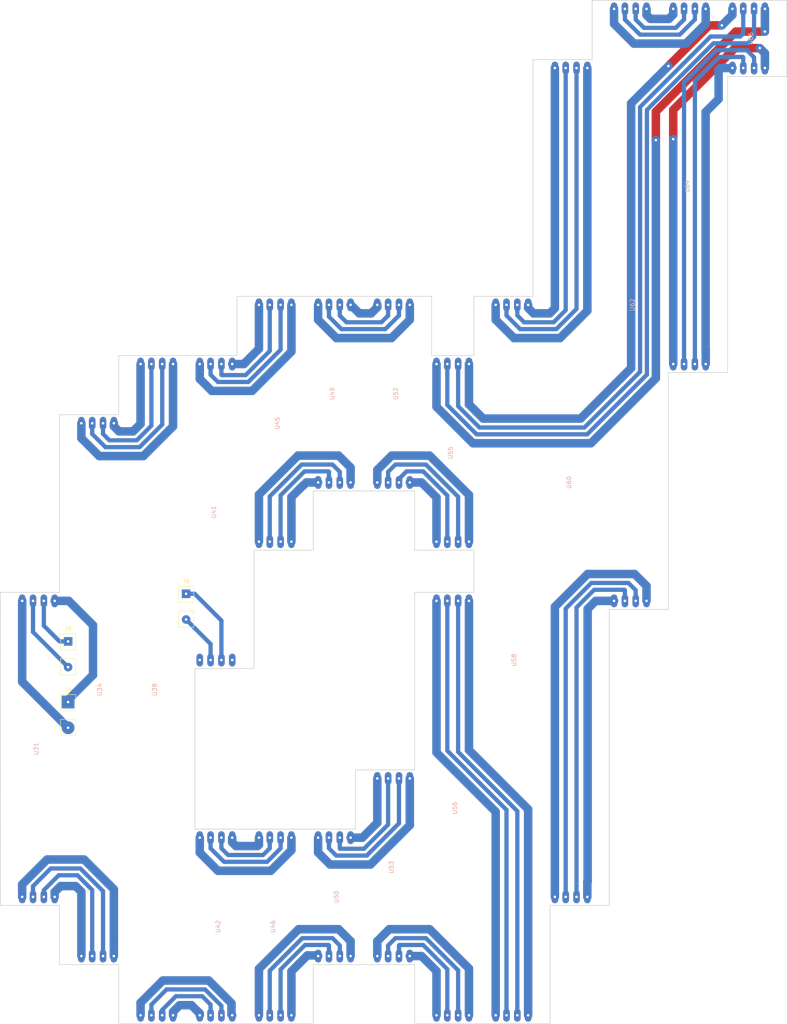
<source format=kicad_pcb>
(kicad_pcb (version 4) (host pcbnew 4.0.6)

  (general
    (links 74)
    (no_connects 0)
    (area 12.463899 29.3277 197.169401 269.6389)
    (thickness 1.6)
    (drawings 258)
    (tracks 393)
    (zones 0)
    (modules 21)
    (nets 75)
  )

  (page A4 portrait)
  (layers
    (0 F.Cu signal)
    (31 B.Cu signal)
    (32 B.Adhes user)
    (33 F.Adhes user hide)
    (34 B.Paste user)
    (35 F.Paste user hide)
    (36 B.SilkS user)
    (37 F.SilkS user hide)
    (38 B.Mask user)
    (39 F.Mask user hide)
    (40 Dwgs.User user)
    (41 Cmts.User user)
    (42 Eco1.User user)
    (43 Eco2.User user)
    (44 Edge.Cuts user)
    (45 Margin user hide)
    (46 B.CrtYd user)
    (47 F.CrtYd user hide)
    (48 B.Fab user)
    (49 F.Fab user)
  )

  (setup
    (last_trace_width 2)
    (trace_clearance 0.6)
    (zone_clearance 0.508)
    (zone_45_only no)
    (trace_min 0.2)
    (segment_width 0.2)
    (edge_width 0.15)
    (via_size 0.6)
    (via_drill 0.6)
    (via_min_size 0.4)
    (via_min_drill 0.3)
    (uvia_size 0.3)
    (uvia_drill 0.1)
    (uvias_allowed no)
    (uvia_min_size 0.2)
    (uvia_min_drill 0.1)
    (pcb_text_width 0.3)
    (pcb_text_size 1.5 1.5)
    (mod_edge_width 0.15)
    (mod_text_size 1 1)
    (mod_text_width 0.15)
    (pad_size 1.524 1.524)
    (pad_drill 0.6)
    (pad_to_mask_clearance 0.2)
    (aux_axis_origin 0 0)
    (visible_elements FFFFFFFF)
    (pcbplotparams
      (layerselection 0x01000_80000000)
      (usegerberextensions false)
      (excludeedgelayer true)
      (linewidth 0.100000)
      (plotframeref false)
      (viasonmask false)
      (mode 1)
      (useauxorigin false)
      (hpglpennumber 1)
      (hpglpenspeed 20)
      (hpglpendiameter 15)
      (hpglpenoverlay 2)
      (psnegative false)
      (psa4output false)
      (plotreference false)
      (plotvalue false)
      (plotinvisibletext false)
      (padsonsilk false)
      (subtractmaskfromsilk false)
      (outputformat 3)
      (mirror false)
      (drillshape 0)
      (scaleselection 1)
      (outputdirectory gerbers/))
  )

  (net 0 "")
  (net 1 +5V)
  (net 2 GND)
  (net 3 "Net-(U31-Pad5)")
  (net 4 "Net-(U31-Pad6)")
  (net 5 "Net-(U31-Pad7)")
  (net 6 "Net-(U31-Pad8)")
  (net 7 "Net-(U34-Pad5)")
  (net 8 "Net-(U34-Pad6)")
  (net 9 "Net-(U34-Pad7)")
  (net 10 "Net-(U34-Pad8)")
  (net 11 "Net-(U38-Pad5)")
  (net 12 "Net-(U38-Pad6)")
  (net 13 "Net-(U38-Pad7)")
  (net 14 "Net-(U38-Pad8)")
  (net 15 "Net-(U41-Pad1)")
  (net 16 "Net-(U41-Pad2)")
  (net 17 "Net-(U41-Pad3)")
  (net 18 "Net-(U41-Pad4)")
  (net 19 "Net-(U42-Pad5)")
  (net 20 "Net-(U42-Pad6)")
  (net 21 "Net-(U42-Pad7)")
  (net 22 "Net-(U42-Pad8)")
  (net 23 "Net-(U45-Pad1)")
  (net 24 "Net-(U45-Pad2)")
  (net 25 "Net-(U45-Pad3)")
  (net 26 "Net-(U45-Pad4)")
  (net 27 "Net-(U46-Pad5)")
  (net 28 "Net-(U46-Pad6)")
  (net 29 "Net-(U46-Pad7)")
  (net 30 "Net-(U46-Pad8)")
  (net 31 "Net-(U49-Pad1)")
  (net 32 "Net-(U49-Pad2)")
  (net 33 "Net-(U49-Pad3)")
  (net 34 "Net-(U49-Pad4)")
  (net 35 "Net-(U50-Pad5)")
  (net 36 "Net-(U50-Pad6)")
  (net 37 "Net-(U50-Pad7)")
  (net 38 "Net-(U50-Pad8)")
  (net 39 "Net-(U52-Pad1)")
  (net 40 "Net-(U52-Pad2)")
  (net 41 "Net-(U52-Pad3)")
  (net 42 "Net-(U52-Pad4)")
  (net 43 "Net-(U53-Pad5)")
  (net 44 "Net-(U53-Pad6)")
  (net 45 "Net-(U53-Pad7)")
  (net 46 "Net-(U53-Pad8)")
  (net 47 "Net-(U55-Pad1)")
  (net 48 "Net-(U55-Pad2)")
  (net 49 "Net-(U55-Pad3)")
  (net 50 "Net-(U55-Pad4)")
  (net 51 "Net-(U56-Pad5)")
  (net 52 "Net-(U56-Pad6)")
  (net 53 "Net-(U56-Pad7)")
  (net 54 "Net-(U56-Pad8)")
  (net 55 "Net-(U58-Pad5)")
  (net 56 "Net-(U58-Pad6)")
  (net 57 "Net-(U58-Pad7)")
  (net 58 "Net-(U58-Pad8)")
  (net 59 "Net-(U60-Pad5)")
  (net 60 "Net-(U60-Pad6)")
  (net 61 "Net-(U60-Pad7)")
  (net 62 "Net-(U60-Pad8)")
  (net 63 "Net-(U62-Pad5)")
  (net 64 "Net-(U62-Pad6)")
  (net 65 "Net-(U62-Pad7)")
  (net 66 "Net-(U62-Pad8)")
  (net 67 "Net-(U64-Pad5)")
  (net 68 "Net-(U64-Pad6)")
  (net 69 "Net-(U64-Pad7)")
  (net 70 "Net-(U64-Pad8)")
  (net 71 "Net-(J5-Pad1)")
  (net 72 "Net-(J5-Pad2)")
  (net 73 "Net-(J6-Pad1)")
  (net 74 "Net-(J6-Pad2)")

  (net_class Default "This is the default net class."
    (clearance 0.6)
    (trace_width 2)
    (via_dia 0.6)
    (via_drill 0.6)
    (uvia_dia 0.3)
    (uvia_drill 0.1)
    (add_net +5V)
    (add_net GND)
    (add_net "Net-(U31-Pad5)")
    (add_net "Net-(U31-Pad8)")
    (add_net "Net-(U34-Pad5)")
    (add_net "Net-(U34-Pad8)")
    (add_net "Net-(U38-Pad5)")
    (add_net "Net-(U38-Pad8)")
    (add_net "Net-(U41-Pad1)")
    (add_net "Net-(U41-Pad4)")
    (add_net "Net-(U42-Pad5)")
    (add_net "Net-(U42-Pad8)")
    (add_net "Net-(U45-Pad1)")
    (add_net "Net-(U45-Pad4)")
    (add_net "Net-(U46-Pad5)")
    (add_net "Net-(U46-Pad8)")
    (add_net "Net-(U49-Pad1)")
    (add_net "Net-(U49-Pad4)")
    (add_net "Net-(U50-Pad5)")
    (add_net "Net-(U50-Pad8)")
    (add_net "Net-(U52-Pad1)")
    (add_net "Net-(U52-Pad4)")
    (add_net "Net-(U53-Pad5)")
    (add_net "Net-(U53-Pad8)")
    (add_net "Net-(U55-Pad1)")
    (add_net "Net-(U55-Pad4)")
    (add_net "Net-(U56-Pad5)")
    (add_net "Net-(U56-Pad8)")
    (add_net "Net-(U58-Pad5)")
    (add_net "Net-(U58-Pad8)")
    (add_net "Net-(U60-Pad5)")
    (add_net "Net-(U60-Pad8)")
    (add_net "Net-(U62-Pad5)")
    (add_net "Net-(U62-Pad8)")
    (add_net "Net-(U64-Pad5)")
    (add_net "Net-(U64-Pad8)")
  )

  (net_class Signal ""
    (clearance 0.6)
    (trace_width 1)
    (via_dia 0.6)
    (via_drill 0.6)
    (uvia_dia 0.3)
    (uvia_drill 0.1)
    (add_net "Net-(J5-Pad1)")
    (add_net "Net-(J5-Pad2)")
    (add_net "Net-(J6-Pad1)")
    (add_net "Net-(J6-Pad2)")
    (add_net "Net-(U31-Pad6)")
    (add_net "Net-(U31-Pad7)")
    (add_net "Net-(U34-Pad6)")
    (add_net "Net-(U34-Pad7)")
    (add_net "Net-(U38-Pad6)")
    (add_net "Net-(U38-Pad7)")
    (add_net "Net-(U41-Pad2)")
    (add_net "Net-(U41-Pad3)")
    (add_net "Net-(U42-Pad6)")
    (add_net "Net-(U42-Pad7)")
    (add_net "Net-(U45-Pad2)")
    (add_net "Net-(U45-Pad3)")
    (add_net "Net-(U46-Pad6)")
    (add_net "Net-(U46-Pad7)")
    (add_net "Net-(U49-Pad2)")
    (add_net "Net-(U49-Pad3)")
    (add_net "Net-(U50-Pad6)")
    (add_net "Net-(U50-Pad7)")
    (add_net "Net-(U52-Pad2)")
    (add_net "Net-(U52-Pad3)")
    (add_net "Net-(U53-Pad6)")
    (add_net "Net-(U53-Pad7)")
    (add_net "Net-(U55-Pad2)")
    (add_net "Net-(U55-Pad3)")
    (add_net "Net-(U56-Pad6)")
    (add_net "Net-(U56-Pad7)")
    (add_net "Net-(U58-Pad6)")
    (add_net "Net-(U58-Pad7)")
    (add_net "Net-(U60-Pad6)")
    (add_net "Net-(U60-Pad7)")
    (add_net "Net-(U62-Pad6)")
    (add_net "Net-(U62-Pad7)")
    (add_net "Net-(U64-Pad6)")
    (add_net "Net-(U64-Pad7)")
  )

  (module apa102c_72m:APA102C_72m_x5 (layer B.Cu) (tedit 59559C0C) (tstamp 59559C0C)
    (at 21.4833 205.0389 270)
    (path /5954F12C)
    (fp_text reference U31 (at 0 0.5 270) (layer B.SilkS)
      (effects (font (size 1 1) (thickness 0.15)))
    )
    (fp_text value APA102C_x5 (at 0 -0.5 270) (layer B.Fab)
      (effects (font (size 1 1) (thickness 0.15)))
    )
    (fp_line (start -34.7222 -5.08) (end -34.7222 5.08) (layer B.CrtYd) (width 0.15))
    (fp_line (start 34.7222 -5.08) (end -34.7222 -5.08) (layer B.CrtYd) (width 0.15))
    (fp_line (start 34.7222 5.08) (end 34.7222 -5.08) (layer B.CrtYd) (width 0.15))
    (fp_line (start -34.7222 5.08) (end 34.7222 5.08) (layer B.CrtYd) (width 0.15))
    (pad 1 thru_hole oval (at -34.7222 -3.81 270) (size 3 1.524) (drill 0.6) (layers *.Cu *.Mask)
      (net 2 GND))
    (pad 2 thru_hole oval (at -34.7222 -1.27 270) (size 3 1.524) (drill 0.6) (layers *.Cu *.Mask)
      (net 71 "Net-(J5-Pad1)"))
    (pad 3 thru_hole oval (at -34.7222 1.27 270) (size 3 1.524) (drill 0.6) (layers *.Cu *.Mask)
      (net 72 "Net-(J5-Pad2)"))
    (pad 4 thru_hole oval (at -34.7222 3.81 270) (size 3 1.524) (drill 0.6) (layers *.Cu *.Mask)
      (net 1 +5V))
    (pad 5 thru_hole oval (at 34.7222 -3.81 270) (size 3 1.524) (drill 0.6) (layers *.Cu *.Mask)
      (net 3 "Net-(U31-Pad5)"))
    (pad 6 thru_hole oval (at 34.7222 -1.27 270) (size 3 1.524) (drill 0.6) (layers *.Cu *.Mask)
      (net 4 "Net-(U31-Pad6)"))
    (pad 7 thru_hole oval (at 34.7222 1.27 270) (size 3 1.524) (drill 0.6) (layers *.Cu *.Mask)
      (net 5 "Net-(U31-Pad7)"))
    (pad 8 thru_hole oval (at 34.7222 3.81 270) (size 3 1.524) (drill 0.6) (layers *.Cu *.Mask)
      (net 6 "Net-(U31-Pad8)"))
  )

  (module apa102c_72m:APA102C_72m_x9 (layer B.Cu) (tedit 59559C0C) (tstamp 59559C0C)
    (at 35.3722 191.15 90)
    (path /5954F12F)
    (fp_text reference U34 (at 0 0.5 90) (layer B.SilkS)
      (effects (font (size 1 1) (thickness 0.15)))
    )
    (fp_text value APA102C_x9 (at 0 -0.5 90) (layer B.Fab)
      (effects (font (size 1 1) (thickness 0.15)))
    )
    (fp_line (start -62.5 -5.08) (end -62.5 5.08) (layer B.CrtYd) (width 0.15))
    (fp_line (start 62.5 -5.08) (end -62.5 -5.08) (layer B.CrtYd) (width 0.15))
    (fp_line (start 62.5 5.08) (end 62.5 -5.08) (layer B.CrtYd) (width 0.15))
    (fp_line (start -62.5 5.08) (end 62.5 5.08) (layer B.CrtYd) (width 0.15))
    (pad 1 thru_hole oval (at -62.5 -3.81 90) (size 3 1.524) (drill 0.6) (layers *.Cu *.Mask)
      (net 3 "Net-(U31-Pad5)"))
    (pad 2 thru_hole oval (at -62.5 -1.27 90) (size 3 1.524) (drill 0.6) (layers *.Cu *.Mask)
      (net 4 "Net-(U31-Pad6)"))
    (pad 3 thru_hole oval (at -62.5 1.27 90) (size 3 1.524) (drill 0.6) (layers *.Cu *.Mask)
      (net 5 "Net-(U31-Pad7)"))
    (pad 4 thru_hole oval (at -62.5 3.81 90) (size 3 1.524) (drill 0.6) (layers *.Cu *.Mask)
      (net 6 "Net-(U31-Pad8)"))
    (pad 5 thru_hole oval (at 62.5 -3.81 90) (size 3 1.524) (drill 0.6) (layers *.Cu *.Mask)
      (net 7 "Net-(U34-Pad5)"))
    (pad 6 thru_hole oval (at 62.5 -1.27 90) (size 3 1.524) (drill 0.6) (layers *.Cu *.Mask)
      (net 8 "Net-(U34-Pad6)"))
    (pad 7 thru_hole oval (at 62.5 1.27 90) (size 3 1.524) (drill 0.6) (layers *.Cu *.Mask)
      (net 9 "Net-(U34-Pad7)"))
    (pad 8 thru_hole oval (at 62.5 3.81 90) (size 3 1.524) (drill 0.6) (layers *.Cu *.Mask)
      (net 10 "Net-(U34-Pad8)"))
  )

  (module apa102c_72m:APA102C_72m_x11 (layer B.Cu) (tedit 59559C0C) (tstamp 59559C0C)
    (at 49.2611 191.15 270)
    (path /5954F133)
    (fp_text reference U38 (at 0 0.5 270) (layer B.SilkS)
      (effects (font (size 1 1) (thickness 0.15)))
    )
    (fp_text value APA102C_x11 (at 0 -0.5 270) (layer B.Fab)
      (effects (font (size 1 1) (thickness 0.15)))
    )
    (fp_line (start -76.3889 -5.08) (end -76.3889 5.08) (layer B.CrtYd) (width 0.15))
    (fp_line (start 76.3889 -5.08) (end -76.3889 -5.08) (layer B.CrtYd) (width 0.15))
    (fp_line (start 76.3889 5.08) (end 76.3889 -5.08) (layer B.CrtYd) (width 0.15))
    (fp_line (start -76.3889 5.08) (end 76.3889 5.08) (layer B.CrtYd) (width 0.15))
    (pad 1 thru_hole oval (at -76.3889 -3.81 270) (size 3 1.524) (drill 0.6) (layers *.Cu *.Mask)
      (net 7 "Net-(U34-Pad5)"))
    (pad 2 thru_hole oval (at -76.3889 -1.27 270) (size 3 1.524) (drill 0.6) (layers *.Cu *.Mask)
      (net 8 "Net-(U34-Pad6)"))
    (pad 3 thru_hole oval (at -76.3889 1.27 270) (size 3 1.524) (drill 0.6) (layers *.Cu *.Mask)
      (net 9 "Net-(U34-Pad7)"))
    (pad 4 thru_hole oval (at -76.3889 3.81 270) (size 3 1.524) (drill 0.6) (layers *.Cu *.Mask)
      (net 10 "Net-(U34-Pad8)"))
    (pad 5 thru_hole oval (at 76.3889 -3.81 270) (size 3 1.524) (drill 0.6) (layers *.Cu *.Mask)
      (net 11 "Net-(U38-Pad5)"))
    (pad 6 thru_hole oval (at 76.3889 -1.27 270) (size 3 1.524) (drill 0.6) (layers *.Cu *.Mask)
      (net 12 "Net-(U38-Pad6)"))
    (pad 7 thru_hole oval (at 76.3889 1.27 270) (size 3 1.524) (drill 0.6) (layers *.Cu *.Mask)
      (net 13 "Net-(U38-Pad7)"))
    (pad 8 thru_hole oval (at 76.3889 3.81 270) (size 3 1.524) (drill 0.6) (layers *.Cu *.Mask)
      (net 14 "Net-(U38-Pad8)"))
  )

  (module apa102c_72m:APA102C_72m_x5 (layer B.Cu) (tedit 59559C0C) (tstamp 59559C0C)
    (at 63.15 149.4833 270)
    (path /5954F136)
    (fp_text reference U41 (at 0 0.5 270) (layer B.SilkS)
      (effects (font (size 1 1) (thickness 0.15)))
    )
    (fp_text value APA102C_x5 (at 0 -0.5 270) (layer B.Fab)
      (effects (font (size 1 1) (thickness 0.15)))
    )
    (fp_line (start -34.7222 -5.08) (end -34.7222 5.08) (layer B.CrtYd) (width 0.15))
    (fp_line (start 34.7222 -5.08) (end -34.7222 -5.08) (layer B.CrtYd) (width 0.15))
    (fp_line (start 34.7222 5.08) (end 34.7222 -5.08) (layer B.CrtYd) (width 0.15))
    (fp_line (start -34.7222 5.08) (end 34.7222 5.08) (layer B.CrtYd) (width 0.15))
    (pad 1 thru_hole oval (at -34.7222 -3.81 270) (size 3 1.524) (drill 0.6) (layers *.Cu *.Mask)
      (net 15 "Net-(U41-Pad1)"))
    (pad 2 thru_hole oval (at -34.7222 -1.27 270) (size 3 1.524) (drill 0.6) (layers *.Cu *.Mask)
      (net 16 "Net-(U41-Pad2)"))
    (pad 3 thru_hole oval (at -34.7222 1.27 270) (size 3 1.524) (drill 0.6) (layers *.Cu *.Mask)
      (net 17 "Net-(U41-Pad3)"))
    (pad 4 thru_hole oval (at -34.7222 3.81 270) (size 3 1.524) (drill 0.6) (layers *.Cu *.Mask)
      (net 18 "Net-(U41-Pad4)"))
    (pad 5 thru_hole oval (at 34.7222 -3.81 270) (size 3 1.524) (drill 0.6) (layers *.Cu *.Mask))
    (pad 6 thru_hole oval (at 34.7222 -1.27 270) (size 3 1.524) (drill 0.6) (layers *.Cu *.Mask)
      (net 73 "Net-(J6-Pad1)"))
    (pad 7 thru_hole oval (at 34.7222 1.27 270) (size 3 1.524) (drill 0.6) (layers *.Cu *.Mask)
      (net 74 "Net-(J6-Pad2)"))
    (pad 8 thru_hole oval (at 34.7222 3.81 270) (size 3 1.524) (drill 0.6) (layers *.Cu *.Mask))
  )

  (module apa102c_72m:APA102C_72m_x3 (layer B.Cu) (tedit 59559C0C) (tstamp 59559C0C)
    (at 63.15 246.7056 90)
    (path /5954F137)
    (fp_text reference U42 (at 0 0.5 90) (layer B.SilkS)
      (effects (font (size 1 1) (thickness 0.15)))
    )
    (fp_text value APA102C_x3 (at 0 -0.5 90) (layer B.Fab)
      (effects (font (size 1 1) (thickness 0.15)))
    )
    (fp_line (start -20.8333 -5.08) (end -20.8333 5.08) (layer B.CrtYd) (width 0.15))
    (fp_line (start 20.8333 -5.08) (end -20.8333 -5.08) (layer B.CrtYd) (width 0.15))
    (fp_line (start 20.8333 5.08) (end 20.8333 -5.08) (layer B.CrtYd) (width 0.15))
    (fp_line (start -20.8333 5.08) (end 20.8333 5.08) (layer B.CrtYd) (width 0.15))
    (pad 1 thru_hole oval (at -20.8333 -3.81 90) (size 3 1.524) (drill 0.6) (layers *.Cu *.Mask)
      (net 11 "Net-(U38-Pad5)"))
    (pad 2 thru_hole oval (at -20.8333 -1.27 90) (size 3 1.524) (drill 0.6) (layers *.Cu *.Mask)
      (net 12 "Net-(U38-Pad6)"))
    (pad 3 thru_hole oval (at -20.8333 1.27 90) (size 3 1.524) (drill 0.6) (layers *.Cu *.Mask)
      (net 13 "Net-(U38-Pad7)"))
    (pad 4 thru_hole oval (at -20.8333 3.81 90) (size 3 1.524) (drill 0.6) (layers *.Cu *.Mask)
      (net 14 "Net-(U38-Pad8)"))
    (pad 5 thru_hole oval (at 20.8333 -3.81 90) (size 3 1.524) (drill 0.6) (layers *.Cu *.Mask)
      (net 19 "Net-(U42-Pad5)"))
    (pad 6 thru_hole oval (at 20.8333 -1.27 90) (size 3 1.524) (drill 0.6) (layers *.Cu *.Mask)
      (net 20 "Net-(U42-Pad6)"))
    (pad 7 thru_hole oval (at 20.8333 1.27 90) (size 3 1.524) (drill 0.6) (layers *.Cu *.Mask)
      (net 21 "Net-(U42-Pad7)"))
    (pad 8 thru_hole oval (at 20.8333 3.81 90) (size 3 1.524) (drill 0.6) (layers *.Cu *.Mask)
      (net 22 "Net-(U42-Pad8)"))
  )

  (module apa102c_72m:APA102C_72m_x4 (layer B.Cu) (tedit 59559C0C) (tstamp 59559C0C)
    (at 77.0389 128.65 90)
    (path /5954F13A)
    (fp_text reference U45 (at 0 0.5 90) (layer B.SilkS)
      (effects (font (size 1 1) (thickness 0.15)))
    )
    (fp_text value APA102C_x4 (at 0 -0.5 90) (layer B.Fab)
      (effects (font (size 1 1) (thickness 0.15)))
    )
    (fp_line (start -27.7778 -5.08) (end -27.7778 5.08) (layer B.CrtYd) (width 0.15))
    (fp_line (start 27.7778 -5.08) (end -27.7778 -5.08) (layer B.CrtYd) (width 0.15))
    (fp_line (start 27.7778 5.08) (end 27.7778 -5.08) (layer B.CrtYd) (width 0.15))
    (fp_line (start -27.7778 5.08) (end 27.7778 5.08) (layer B.CrtYd) (width 0.15))
    (pad 1 thru_hole oval (at -27.7778 -3.81 90) (size 3 1.524) (drill 0.6) (layers *.Cu *.Mask)
      (net 23 "Net-(U45-Pad1)"))
    (pad 2 thru_hole oval (at -27.7778 -1.27 90) (size 3 1.524) (drill 0.6) (layers *.Cu *.Mask)
      (net 24 "Net-(U45-Pad2)"))
    (pad 3 thru_hole oval (at -27.7778 1.27 90) (size 3 1.524) (drill 0.6) (layers *.Cu *.Mask)
      (net 25 "Net-(U45-Pad3)"))
    (pad 4 thru_hole oval (at -27.7778 3.81 90) (size 3 1.524) (drill 0.6) (layers *.Cu *.Mask)
      (net 26 "Net-(U45-Pad4)"))
    (pad 5 thru_hole oval (at 27.7778 -3.81 90) (size 3 1.524) (drill 0.6) (layers *.Cu *.Mask)
      (net 15 "Net-(U41-Pad1)"))
    (pad 6 thru_hole oval (at 27.7778 -1.27 90) (size 3 1.524) (drill 0.6) (layers *.Cu *.Mask)
      (net 16 "Net-(U41-Pad2)"))
    (pad 7 thru_hole oval (at 27.7778 1.27 90) (size 3 1.524) (drill 0.6) (layers *.Cu *.Mask)
      (net 17 "Net-(U41-Pad3)"))
    (pad 8 thru_hole oval (at 27.7778 3.81 90) (size 3 1.524) (drill 0.6) (layers *.Cu *.Mask)
      (net 18 "Net-(U41-Pad4)"))
  )

  (module apa102c_72m:APA102C_72m_x3 (layer B.Cu) (tedit 59559C0C) (tstamp 59559C0C)
    (at 77.0389 246.7056 270)
    (path /5954F13B)
    (fp_text reference U46 (at 0 0.5 270) (layer B.SilkS)
      (effects (font (size 1 1) (thickness 0.15)))
    )
    (fp_text value APA102C_x3 (at 0 -0.5 270) (layer B.Fab)
      (effects (font (size 1 1) (thickness 0.15)))
    )
    (fp_line (start -20.8333 -5.08) (end -20.8333 5.08) (layer B.CrtYd) (width 0.15))
    (fp_line (start 20.8333 -5.08) (end -20.8333 -5.08) (layer B.CrtYd) (width 0.15))
    (fp_line (start 20.8333 5.08) (end 20.8333 -5.08) (layer B.CrtYd) (width 0.15))
    (fp_line (start -20.8333 5.08) (end 20.8333 5.08) (layer B.CrtYd) (width 0.15))
    (pad 1 thru_hole oval (at -20.8333 -3.81 270) (size 3 1.524) (drill 0.6) (layers *.Cu *.Mask)
      (net 19 "Net-(U42-Pad5)"))
    (pad 2 thru_hole oval (at -20.8333 -1.27 270) (size 3 1.524) (drill 0.6) (layers *.Cu *.Mask)
      (net 20 "Net-(U42-Pad6)"))
    (pad 3 thru_hole oval (at -20.8333 1.27 270) (size 3 1.524) (drill 0.6) (layers *.Cu *.Mask)
      (net 21 "Net-(U42-Pad7)"))
    (pad 4 thru_hole oval (at -20.8333 3.81 270) (size 3 1.524) (drill 0.6) (layers *.Cu *.Mask)
      (net 22 "Net-(U42-Pad8)"))
    (pad 5 thru_hole oval (at 20.8333 -3.81 270) (size 3 1.524) (drill 0.6) (layers *.Cu *.Mask)
      (net 27 "Net-(U46-Pad5)"))
    (pad 6 thru_hole oval (at 20.8333 -1.27 270) (size 3 1.524) (drill 0.6) (layers *.Cu *.Mask)
      (net 28 "Net-(U46-Pad6)"))
    (pad 7 thru_hole oval (at 20.8333 1.27 270) (size 3 1.524) (drill 0.6) (layers *.Cu *.Mask)
      (net 29 "Net-(U46-Pad7)"))
    (pad 8 thru_hole oval (at 20.8333 3.81 270) (size 3 1.524) (drill 0.6) (layers *.Cu *.Mask)
      (net 30 "Net-(U46-Pad8)"))
  )

  (module apa102c_72m:APA102C_72m_x3 (layer B.Cu) (tedit 59559C0C) (tstamp 59559C0C)
    (at 90.9278 121.7056 270)
    (path /5954F13E)
    (fp_text reference U49 (at 0 0.5 270) (layer B.SilkS)
      (effects (font (size 1 1) (thickness 0.15)))
    )
    (fp_text value APA102C_x3 (at 0 -0.5 270) (layer B.Fab)
      (effects (font (size 1 1) (thickness 0.15)))
    )
    (fp_line (start -20.8333 -5.08) (end -20.8333 5.08) (layer B.CrtYd) (width 0.15))
    (fp_line (start 20.8333 -5.08) (end -20.8333 -5.08) (layer B.CrtYd) (width 0.15))
    (fp_line (start 20.8333 5.08) (end 20.8333 -5.08) (layer B.CrtYd) (width 0.15))
    (fp_line (start -20.8333 5.08) (end 20.8333 5.08) (layer B.CrtYd) (width 0.15))
    (pad 1 thru_hole oval (at -20.8333 -3.81 270) (size 3 1.524) (drill 0.6) (layers *.Cu *.Mask)
      (net 31 "Net-(U49-Pad1)"))
    (pad 2 thru_hole oval (at -20.8333 -1.27 270) (size 3 1.524) (drill 0.6) (layers *.Cu *.Mask)
      (net 32 "Net-(U49-Pad2)"))
    (pad 3 thru_hole oval (at -20.8333 1.27 270) (size 3 1.524) (drill 0.6) (layers *.Cu *.Mask)
      (net 33 "Net-(U49-Pad3)"))
    (pad 4 thru_hole oval (at -20.8333 3.81 270) (size 3 1.524) (drill 0.6) (layers *.Cu *.Mask)
      (net 34 "Net-(U49-Pad4)"))
    (pad 5 thru_hole oval (at 20.8333 -3.81 270) (size 3 1.524) (drill 0.6) (layers *.Cu *.Mask)
      (net 23 "Net-(U45-Pad1)"))
    (pad 6 thru_hole oval (at 20.8333 -1.27 270) (size 3 1.524) (drill 0.6) (layers *.Cu *.Mask)
      (net 24 "Net-(U45-Pad2)"))
    (pad 7 thru_hole oval (at 20.8333 1.27 270) (size 3 1.524) (drill 0.6) (layers *.Cu *.Mask)
      (net 25 "Net-(U45-Pad3)"))
    (pad 8 thru_hole oval (at 20.8333 3.81 270) (size 3 1.524) (drill 0.6) (layers *.Cu *.Mask)
      (net 26 "Net-(U45-Pad4)"))
  )

  (module apa102c_72m:APA102C_72m_x2 (layer B.Cu) (tedit 59559C0C) (tstamp 59559C0C)
    (at 90.9278 239.7611 90)
    (path /5954F13F)
    (fp_text reference U50 (at 0 0.5 90) (layer B.SilkS)
      (effects (font (size 1 1) (thickness 0.15)))
    )
    (fp_text value APA102C_x2 (at 0 -0.5 90) (layer B.Fab)
      (effects (font (size 1 1) (thickness 0.15)))
    )
    (fp_line (start -13.8889 -5.08) (end -13.8889 5.08) (layer B.CrtYd) (width 0.15))
    (fp_line (start 13.8889 -5.08) (end -13.8889 -5.08) (layer B.CrtYd) (width 0.15))
    (fp_line (start 13.8889 5.08) (end 13.8889 -5.08) (layer B.CrtYd) (width 0.15))
    (fp_line (start -13.8889 5.08) (end 13.8889 5.08) (layer B.CrtYd) (width 0.15))
    (pad 1 thru_hole oval (at -13.8889 -3.81 90) (size 3 1.524) (drill 0.6) (layers *.Cu *.Mask)
      (net 27 "Net-(U46-Pad5)"))
    (pad 2 thru_hole oval (at -13.8889 -1.27 90) (size 3 1.524) (drill 0.6) (layers *.Cu *.Mask)
      (net 28 "Net-(U46-Pad6)"))
    (pad 3 thru_hole oval (at -13.8889 1.27 90) (size 3 1.524) (drill 0.6) (layers *.Cu *.Mask)
      (net 29 "Net-(U46-Pad7)"))
    (pad 4 thru_hole oval (at -13.8889 3.81 90) (size 3 1.524) (drill 0.6) (layers *.Cu *.Mask)
      (net 30 "Net-(U46-Pad8)"))
    (pad 5 thru_hole oval (at 13.8889 -3.81 90) (size 3 1.524) (drill 0.6) (layers *.Cu *.Mask)
      (net 35 "Net-(U50-Pad5)"))
    (pad 6 thru_hole oval (at 13.8889 -1.27 90) (size 3 1.524) (drill 0.6) (layers *.Cu *.Mask)
      (net 36 "Net-(U50-Pad6)"))
    (pad 7 thru_hole oval (at 13.8889 1.27 90) (size 3 1.524) (drill 0.6) (layers *.Cu *.Mask)
      (net 37 "Net-(U50-Pad7)"))
    (pad 8 thru_hole oval (at 13.8889 3.81 90) (size 3 1.524) (drill 0.6) (layers *.Cu *.Mask)
      (net 38 "Net-(U50-Pad8)"))
  )

  (module apa102c_72m:APA102C_72m_x3 (layer B.Cu) (tedit 59559C0C) (tstamp 59559C0C)
    (at 104.8167 121.7056 90)
    (path /5954F141)
    (fp_text reference U52 (at 0 0.5 90) (layer B.SilkS)
      (effects (font (size 1 1) (thickness 0.15)))
    )
    (fp_text value APA102C_x3 (at 0 -0.5 90) (layer B.Fab)
      (effects (font (size 1 1) (thickness 0.15)))
    )
    (fp_line (start -20.8333 -5.08) (end -20.8333 5.08) (layer B.CrtYd) (width 0.15))
    (fp_line (start 20.8333 -5.08) (end -20.8333 -5.08) (layer B.CrtYd) (width 0.15))
    (fp_line (start 20.8333 5.08) (end 20.8333 -5.08) (layer B.CrtYd) (width 0.15))
    (fp_line (start -20.8333 5.08) (end 20.8333 5.08) (layer B.CrtYd) (width 0.15))
    (pad 1 thru_hole oval (at -20.8333 -3.81 90) (size 3 1.524) (drill 0.6) (layers *.Cu *.Mask)
      (net 39 "Net-(U52-Pad1)"))
    (pad 2 thru_hole oval (at -20.8333 -1.27 90) (size 3 1.524) (drill 0.6) (layers *.Cu *.Mask)
      (net 40 "Net-(U52-Pad2)"))
    (pad 3 thru_hole oval (at -20.8333 1.27 90) (size 3 1.524) (drill 0.6) (layers *.Cu *.Mask)
      (net 41 "Net-(U52-Pad3)"))
    (pad 4 thru_hole oval (at -20.8333 3.81 90) (size 3 1.524) (drill 0.6) (layers *.Cu *.Mask)
      (net 42 "Net-(U52-Pad4)"))
    (pad 5 thru_hole oval (at 20.8333 -3.81 90) (size 3 1.524) (drill 0.6) (layers *.Cu *.Mask)
      (net 31 "Net-(U49-Pad1)"))
    (pad 6 thru_hole oval (at 20.8333 -1.27 90) (size 3 1.524) (drill 0.6) (layers *.Cu *.Mask)
      (net 32 "Net-(U49-Pad2)"))
    (pad 7 thru_hole oval (at 20.8333 1.27 90) (size 3 1.524) (drill 0.6) (layers *.Cu *.Mask)
      (net 33 "Net-(U49-Pad3)"))
    (pad 8 thru_hole oval (at 20.8333 3.81 90) (size 3 1.524) (drill 0.6) (layers *.Cu *.Mask)
      (net 34 "Net-(U49-Pad4)"))
  )

  (module apa102c_72m:APA102C_72m_x3 (layer B.Cu) (tedit 59559C0C) (tstamp 59559C0C)
    (at 104.8167 232.8167 270)
    (path /5954F142)
    (fp_text reference U53 (at 0 0.5 270) (layer B.SilkS)
      (effects (font (size 1 1) (thickness 0.15)))
    )
    (fp_text value APA102C_x3 (at 0 -0.5 270) (layer B.Fab)
      (effects (font (size 1 1) (thickness 0.15)))
    )
    (fp_line (start -20.8333 -5.08) (end -20.8333 5.08) (layer B.CrtYd) (width 0.15))
    (fp_line (start 20.8333 -5.08) (end -20.8333 -5.08) (layer B.CrtYd) (width 0.15))
    (fp_line (start 20.8333 5.08) (end 20.8333 -5.08) (layer B.CrtYd) (width 0.15))
    (fp_line (start -20.8333 5.08) (end 20.8333 5.08) (layer B.CrtYd) (width 0.15))
    (pad 1 thru_hole oval (at -20.8333 -3.81 270) (size 3 1.524) (drill 0.6) (layers *.Cu *.Mask)
      (net 35 "Net-(U50-Pad5)"))
    (pad 2 thru_hole oval (at -20.8333 -1.27 270) (size 3 1.524) (drill 0.6) (layers *.Cu *.Mask)
      (net 36 "Net-(U50-Pad6)"))
    (pad 3 thru_hole oval (at -20.8333 1.27 270) (size 3 1.524) (drill 0.6) (layers *.Cu *.Mask)
      (net 37 "Net-(U50-Pad7)"))
    (pad 4 thru_hole oval (at -20.8333 3.81 270) (size 3 1.524) (drill 0.6) (layers *.Cu *.Mask)
      (net 38 "Net-(U50-Pad8)"))
    (pad 5 thru_hole oval (at 20.8333 -3.81 270) (size 3 1.524) (drill 0.6) (layers *.Cu *.Mask)
      (net 43 "Net-(U53-Pad5)"))
    (pad 6 thru_hole oval (at 20.8333 -1.27 270) (size 3 1.524) (drill 0.6) (layers *.Cu *.Mask)
      (net 44 "Net-(U53-Pad6)"))
    (pad 7 thru_hole oval (at 20.8333 1.27 270) (size 3 1.524) (drill 0.6) (layers *.Cu *.Mask)
      (net 45 "Net-(U53-Pad7)"))
    (pad 8 thru_hole oval (at 20.8333 3.81 270) (size 3 1.524) (drill 0.6) (layers *.Cu *.Mask)
      (net 46 "Net-(U53-Pad8)"))
  )

  (module apa102c_72m:APA102C_72m_x3 (layer B.Cu) (tedit 59559C0C) (tstamp 59559C0C)
    (at 118.7056 135.5944 270)
    (path /5954F144)
    (fp_text reference U55 (at 0 0.5 270) (layer B.SilkS)
      (effects (font (size 1 1) (thickness 0.15)))
    )
    (fp_text value APA102C_x3 (at 0 -0.5 270) (layer B.Fab)
      (effects (font (size 1 1) (thickness 0.15)))
    )
    (fp_line (start -20.8333 -5.08) (end -20.8333 5.08) (layer B.CrtYd) (width 0.15))
    (fp_line (start 20.8333 -5.08) (end -20.8333 -5.08) (layer B.CrtYd) (width 0.15))
    (fp_line (start 20.8333 5.08) (end 20.8333 -5.08) (layer B.CrtYd) (width 0.15))
    (fp_line (start -20.8333 5.08) (end 20.8333 5.08) (layer B.CrtYd) (width 0.15))
    (pad 1 thru_hole oval (at -20.8333 -3.81 270) (size 3 1.524) (drill 0.6) (layers *.Cu *.Mask)
      (net 47 "Net-(U55-Pad1)"))
    (pad 2 thru_hole oval (at -20.8333 -1.27 270) (size 3 1.524) (drill 0.6) (layers *.Cu *.Mask)
      (net 48 "Net-(U55-Pad2)"))
    (pad 3 thru_hole oval (at -20.8333 1.27 270) (size 3 1.524) (drill 0.6) (layers *.Cu *.Mask)
      (net 49 "Net-(U55-Pad3)"))
    (pad 4 thru_hole oval (at -20.8333 3.81 270) (size 3 1.524) (drill 0.6) (layers *.Cu *.Mask)
      (net 50 "Net-(U55-Pad4)"))
    (pad 5 thru_hole oval (at 20.8333 -3.81 270) (size 3 1.524) (drill 0.6) (layers *.Cu *.Mask)
      (net 39 "Net-(U52-Pad1)"))
    (pad 6 thru_hole oval (at 20.8333 -1.27 270) (size 3 1.524) (drill 0.6) (layers *.Cu *.Mask)
      (net 40 "Net-(U52-Pad2)"))
    (pad 7 thru_hole oval (at 20.8333 1.27 270) (size 3 1.524) (drill 0.6) (layers *.Cu *.Mask)
      (net 41 "Net-(U52-Pad3)"))
    (pad 8 thru_hole oval (at 20.8333 3.81 270) (size 3 1.524) (drill 0.6) (layers *.Cu *.Mask)
      (net 42 "Net-(U52-Pad4)"))
  )

  (module apa102c_72m:APA102C_72m_x7 (layer B.Cu) (tedit 59559C0C) (tstamp 59559C0C)
    (at 118.7056 218.9278 90)
    (path /5954F145)
    (fp_text reference U56 (at 0 0.5 90) (layer B.SilkS)
      (effects (font (size 1 1) (thickness 0.15)))
    )
    (fp_text value APA102C_x7 (at 0 -0.5 90) (layer B.Fab)
      (effects (font (size 1 1) (thickness 0.15)))
    )
    (fp_line (start -48.6111 -5.08) (end -48.6111 5.08) (layer B.CrtYd) (width 0.15))
    (fp_line (start 48.6111 -5.08) (end -48.6111 -5.08) (layer B.CrtYd) (width 0.15))
    (fp_line (start 48.6111 5.08) (end 48.6111 -5.08) (layer B.CrtYd) (width 0.15))
    (fp_line (start -48.6111 5.08) (end 48.6111 5.08) (layer B.CrtYd) (width 0.15))
    (pad 1 thru_hole oval (at -48.6111 -3.81 90) (size 3 1.524) (drill 0.6) (layers *.Cu *.Mask)
      (net 43 "Net-(U53-Pad5)"))
    (pad 2 thru_hole oval (at -48.6111 -1.27 90) (size 3 1.524) (drill 0.6) (layers *.Cu *.Mask)
      (net 44 "Net-(U53-Pad6)"))
    (pad 3 thru_hole oval (at -48.6111 1.27 90) (size 3 1.524) (drill 0.6) (layers *.Cu *.Mask)
      (net 45 "Net-(U53-Pad7)"))
    (pad 4 thru_hole oval (at -48.6111 3.81 90) (size 3 1.524) (drill 0.6) (layers *.Cu *.Mask)
      (net 46 "Net-(U53-Pad8)"))
    (pad 5 thru_hole oval (at 48.6111 -3.81 90) (size 3 1.524) (drill 0.6) (layers *.Cu *.Mask)
      (net 51 "Net-(U56-Pad5)"))
    (pad 6 thru_hole oval (at 48.6111 -1.27 90) (size 3 1.524) (drill 0.6) (layers *.Cu *.Mask)
      (net 52 "Net-(U56-Pad6)"))
    (pad 7 thru_hole oval (at 48.6111 1.27 90) (size 3 1.524) (drill 0.6) (layers *.Cu *.Mask)
      (net 53 "Net-(U56-Pad7)"))
    (pad 8 thru_hole oval (at 48.6111 3.81 90) (size 3 1.524) (drill 0.6) (layers *.Cu *.Mask)
      (net 54 "Net-(U56-Pad8)"))
  )

  (module apa102c_72m:APA102C_72m_x12 (layer B.Cu) (tedit 59559C0C) (tstamp 59559C0C)
    (at 132.5944 184.2056 90)
    (path /5954F147)
    (fp_text reference U58 (at 0 0.5 90) (layer B.SilkS)
      (effects (font (size 1 1) (thickness 0.15)))
    )
    (fp_text value APA102C_x12 (at 0 -0.5 90) (layer B.Fab)
      (effects (font (size 1 1) (thickness 0.15)))
    )
    (fp_line (start -83.3333 -5.08) (end -83.3333 5.08) (layer B.CrtYd) (width 0.15))
    (fp_line (start 83.3333 -5.08) (end -83.3333 -5.08) (layer B.CrtYd) (width 0.15))
    (fp_line (start 83.3333 5.08) (end 83.3333 -5.08) (layer B.CrtYd) (width 0.15))
    (fp_line (start -83.3333 5.08) (end 83.3333 5.08) (layer B.CrtYd) (width 0.15))
    (pad 1 thru_hole oval (at -83.3333 -3.81 90) (size 3 1.524) (drill 0.6) (layers *.Cu *.Mask)
      (net 51 "Net-(U56-Pad5)"))
    (pad 2 thru_hole oval (at -83.3333 -1.27 90) (size 3 1.524) (drill 0.6) (layers *.Cu *.Mask)
      (net 52 "Net-(U56-Pad6)"))
    (pad 3 thru_hole oval (at -83.3333 1.27 90) (size 3 1.524) (drill 0.6) (layers *.Cu *.Mask)
      (net 53 "Net-(U56-Pad7)"))
    (pad 4 thru_hole oval (at -83.3333 3.81 90) (size 3 1.524) (drill 0.6) (layers *.Cu *.Mask)
      (net 54 "Net-(U56-Pad8)"))
    (pad 5 thru_hole oval (at 83.3333 -3.81 90) (size 3 1.524) (drill 0.6) (layers *.Cu *.Mask)
      (net 55 "Net-(U58-Pad5)"))
    (pad 6 thru_hole oval (at 83.3333 -1.27 90) (size 3 1.524) (drill 0.6) (layers *.Cu *.Mask)
      (net 56 "Net-(U58-Pad6)"))
    (pad 7 thru_hole oval (at 83.3333 1.27 90) (size 3 1.524) (drill 0.6) (layers *.Cu *.Mask)
      (net 57 "Net-(U58-Pad7)"))
    (pad 8 thru_hole oval (at 83.3333 3.81 90) (size 3 1.524) (drill 0.6) (layers *.Cu *.Mask)
      (net 58 "Net-(U58-Pad8)"))
  )

  (module apa102c_72m:APA102C_72m_x14 (layer B.Cu) (tedit 59559C0C) (tstamp 59559C0C)
    (at 146.4833 142.5389 270)
    (path /5954F149)
    (fp_text reference U60 (at 0 0.5 270) (layer B.SilkS)
      (effects (font (size 1 1) (thickness 0.15)))
    )
    (fp_text value APA102C_x14 (at 0 -0.5 270) (layer B.Fab)
      (effects (font (size 1 1) (thickness 0.15)))
    )
    (fp_line (start -97.2222 -5.08) (end -97.2222 5.08) (layer B.CrtYd) (width 0.15))
    (fp_line (start 97.2222 -5.08) (end -97.2222 -5.08) (layer B.CrtYd) (width 0.15))
    (fp_line (start 97.2222 5.08) (end 97.2222 -5.08) (layer B.CrtYd) (width 0.15))
    (fp_line (start -97.2222 5.08) (end 97.2222 5.08) (layer B.CrtYd) (width 0.15))
    (pad 1 thru_hole oval (at -97.2222 -3.81 270) (size 3 1.524) (drill 0.6) (layers *.Cu *.Mask)
      (net 55 "Net-(U58-Pad5)"))
    (pad 2 thru_hole oval (at -97.2222 -1.27 270) (size 3 1.524) (drill 0.6) (layers *.Cu *.Mask)
      (net 56 "Net-(U58-Pad6)"))
    (pad 3 thru_hole oval (at -97.2222 1.27 270) (size 3 1.524) (drill 0.6) (layers *.Cu *.Mask)
      (net 57 "Net-(U58-Pad7)"))
    (pad 4 thru_hole oval (at -97.2222 3.81 270) (size 3 1.524) (drill 0.6) (layers *.Cu *.Mask)
      (net 58 "Net-(U58-Pad8)"))
    (pad 5 thru_hole oval (at 97.2222 -3.81 270) (size 3 1.524) (drill 0.6) (layers *.Cu *.Mask)
      (net 59 "Net-(U60-Pad5)"))
    (pad 6 thru_hole oval (at 97.2222 -1.27 270) (size 3 1.524) (drill 0.6) (layers *.Cu *.Mask)
      (net 60 "Net-(U60-Pad6)"))
    (pad 7 thru_hole oval (at 97.2222 1.27 270) (size 3 1.524) (drill 0.6) (layers *.Cu *.Mask)
      (net 61 "Net-(U60-Pad7)"))
    (pad 8 thru_hole oval (at 97.2222 3.81 270) (size 3 1.524) (drill 0.6) (layers *.Cu *.Mask)
      (net 62 "Net-(U60-Pad8)"))
  )

  (module apa102c_72m:APA102C_72m_x10 (layer B.Cu) (tedit 59559C0C) (tstamp 59559C0C)
    (at 160.3722 100.8722 90)
    (path /5954F14B)
    (fp_text reference U62 (at 0 0.5 90) (layer B.SilkS)
      (effects (font (size 1 1) (thickness 0.15)))
    )
    (fp_text value APA102C_x10 (at 0 -0.5 90) (layer B.Fab)
      (effects (font (size 1 1) (thickness 0.15)))
    )
    (fp_line (start -69.4444 -5.08) (end -69.4444 5.08) (layer B.CrtYd) (width 0.15))
    (fp_line (start 69.4444 -5.08) (end -69.4444 -5.08) (layer B.CrtYd) (width 0.15))
    (fp_line (start 69.4444 5.08) (end 69.4444 -5.08) (layer B.CrtYd) (width 0.15))
    (fp_line (start -69.4444 5.08) (end 69.4444 5.08) (layer B.CrtYd) (width 0.15))
    (pad 1 thru_hole oval (at -69.4444 -3.81 90) (size 3 1.524) (drill 0.6) (layers *.Cu *.Mask)
      (net 59 "Net-(U60-Pad5)"))
    (pad 2 thru_hole oval (at -69.4444 -1.27 90) (size 3 1.524) (drill 0.6) (layers *.Cu *.Mask)
      (net 60 "Net-(U60-Pad6)"))
    (pad 3 thru_hole oval (at -69.4444 1.27 90) (size 3 1.524) (drill 0.6) (layers *.Cu *.Mask)
      (net 61 "Net-(U60-Pad7)"))
    (pad 4 thru_hole oval (at -69.4444 3.81 90) (size 3 1.524) (drill 0.6) (layers *.Cu *.Mask)
      (net 62 "Net-(U60-Pad8)"))
    (pad 5 thru_hole oval (at 69.4444 -3.81 90) (size 3 1.524) (drill 0.6) (layers *.Cu *.Mask)
      (net 63 "Net-(U62-Pad5)"))
    (pad 6 thru_hole oval (at 69.4444 -1.27 90) (size 3 1.524) (drill 0.6) (layers *.Cu *.Mask)
      (net 64 "Net-(U62-Pad6)"))
    (pad 7 thru_hole oval (at 69.4444 1.27 90) (size 3 1.524) (drill 0.6) (layers *.Cu *.Mask)
      (net 65 "Net-(U62-Pad7)"))
    (pad 8 thru_hole oval (at 69.4444 3.81 90) (size 3 1.524) (drill 0.6) (layers *.Cu *.Mask)
      (net 66 "Net-(U62-Pad8)"))
  )

  (module apa102c_72m:APA102C_72m_x6 (layer B.Cu) (tedit 59559C0C) (tstamp 59559C0C)
    (at 174.2611 73.0944 270)
    (path /5954F14D)
    (fp_text reference U64 (at 0 0.5 270) (layer B.SilkS)
      (effects (font (size 1 1) (thickness 0.15)))
    )
    (fp_text value APA102C_x6 (at 0 -0.5 270) (layer B.Fab)
      (effects (font (size 1 1) (thickness 0.15)))
    )
    (fp_line (start -41.6667 -5.08) (end -41.6667 5.08) (layer B.CrtYd) (width 0.15))
    (fp_line (start 41.6667 -5.08) (end -41.6667 -5.08) (layer B.CrtYd) (width 0.15))
    (fp_line (start 41.6667 5.08) (end 41.6667 -5.08) (layer B.CrtYd) (width 0.15))
    (fp_line (start -41.6667 5.08) (end 41.6667 5.08) (layer B.CrtYd) (width 0.15))
    (pad 1 thru_hole oval (at -41.6667 -3.81 270) (size 3 1.524) (drill 0.6) (layers *.Cu *.Mask)
      (net 63 "Net-(U62-Pad5)"))
    (pad 2 thru_hole oval (at -41.6667 -1.27 270) (size 3 1.524) (drill 0.6) (layers *.Cu *.Mask)
      (net 64 "Net-(U62-Pad6)"))
    (pad 3 thru_hole oval (at -41.6667 1.27 270) (size 3 1.524) (drill 0.6) (layers *.Cu *.Mask)
      (net 65 "Net-(U62-Pad7)"))
    (pad 4 thru_hole oval (at -41.6667 3.81 270) (size 3 1.524) (drill 0.6) (layers *.Cu *.Mask)
      (net 66 "Net-(U62-Pad8)"))
    (pad 5 thru_hole oval (at 41.6667 -3.81 270) (size 3 1.524) (drill 0.6) (layers *.Cu *.Mask)
      (net 67 "Net-(U64-Pad5)"))
    (pad 6 thru_hole oval (at 41.6667 -1.27 270) (size 3 1.524) (drill 0.6) (layers *.Cu *.Mask)
      (net 68 "Net-(U64-Pad6)"))
    (pad 7 thru_hole oval (at 41.6667 1.27 270) (size 3 1.524) (drill 0.6) (layers *.Cu *.Mask)
      (net 69 "Net-(U64-Pad7)"))
    (pad 8 thru_hole oval (at 41.6667 3.81 270) (size 3 1.524) (drill 0.6) (layers *.Cu *.Mask)
      (net 70 "Net-(U64-Pad8)"))
  )

  (module apa102c_72m:APA102C_72m_x1 (layer B.Cu) (tedit 59559C0C) (tstamp 59559C0C)
    (at 188.15 38.3722 90)
    (path /5954F14F)
    (fp_text reference U66 (at 0 0.5 90) (layer B.SilkS)
      (effects (font (size 1 1) (thickness 0.15)))
    )
    (fp_text value APA102C_x1 (at 0 -0.5 90) (layer B.Fab)
      (effects (font (size 1 1) (thickness 0.15)))
    )
    (fp_line (start -6.9444 -5.08) (end -6.9444 5.08) (layer B.CrtYd) (width 0.15))
    (fp_line (start 6.9444 -5.08) (end -6.9444 -5.08) (layer B.CrtYd) (width 0.15))
    (fp_line (start 6.9444 5.08) (end 6.9444 -5.08) (layer B.CrtYd) (width 0.15))
    (fp_line (start -6.9444 5.08) (end 6.9444 5.08) (layer B.CrtYd) (width 0.15))
    (pad 1 thru_hole oval (at -6.9444 -3.81 90) (size 3 1.524) (drill 0.6) (layers *.Cu *.Mask)
      (net 67 "Net-(U64-Pad5)"))
    (pad 2 thru_hole oval (at -6.9444 -1.27 90) (size 3 1.524) (drill 0.6) (layers *.Cu *.Mask)
      (net 68 "Net-(U64-Pad6)"))
    (pad 3 thru_hole oval (at -6.9444 1.27 90) (size 3 1.524) (drill 0.6) (layers *.Cu *.Mask)
      (net 69 "Net-(U64-Pad7)"))
    (pad 4 thru_hole oval (at -6.9444 3.81 90) (size 3 1.524) (drill 0.6) (layers *.Cu *.Mask)
      (net 70 "Net-(U64-Pad8)"))
    (pad 5 thru_hole oval (at 6.9444 -3.81 90) (size 3 1.524) (drill 0.6) (layers *.Cu *.Mask)
      (net 47 "Net-(U55-Pad1)"))
    (pad 6 thru_hole oval (at 6.9444 -1.27 90) (size 3 1.524) (drill 0.6) (layers *.Cu *.Mask)
      (net 48 "Net-(U55-Pad2)"))
    (pad 7 thru_hole oval (at 6.9444 1.27 90) (size 3 1.524) (drill 0.6) (layers *.Cu *.Mask)
      (net 49 "Net-(U55-Pad3)"))
    (pad 8 thru_hole oval (at 6.9444 3.81 90) (size 3 1.524) (drill 0.6) (layers *.Cu *.Mask)
      (net 50 "Net-(U55-Pad4)"))
  )

  (module connector:Sign_Connector (layer F.Cu) (tedit 59623399) (tstamp 5962349E)
    (at 56.134 170.688)
    (descr "Sign connector")
    (path /595C70BA)
    (fp_text reference J6 (at 0 -5) (layer F.SilkS)
      (effects (font (size 1 1) (thickness 0.15)))
    )
    (fp_text value CONN_01X02 (at 0 7) (layer F.Fab)
      (effects (font (size 1 1) (thickness 0.15)))
    )
    (fp_line (start -1.778 -3.81) (end -1.778 5.842) (layer F.Fab) (width 0.1))
    (fp_line (start -1.778 5.842) (end 1.778 5.842) (layer F.Fab) (width 0.1))
    (fp_line (start 1.778 5.842) (end 1.778 -3.81) (layer F.Fab) (width 0.1))
    (fp_line (start 1.778 -3.81) (end -1.778 -3.81) (layer F.Fab) (width 0.1))
    (fp_line (start -1.778 2.032) (end -1.778 5.842) (layer F.SilkS) (width 0.12))
    (fp_line (start -1.778 5.842) (end 1.778 5.842) (layer F.SilkS) (width 0.12))
    (fp_line (start 1.778 5.842) (end 1.778 2.032) (layer F.SilkS) (width 0.12))
    (fp_line (start 1.778 2.032) (end -1.778 2.032) (layer F.SilkS) (width 0.12))
    (fp_line (start -1.778 0) (end -1.778 -3.81) (layer F.SilkS) (width 0.12))
    (fp_line (start -1.778 0) (end 1.778 0) (layer F.SilkS) (width 0.12))
    (fp_line (start -2.032 -4.064) (end -2.032 6.096) (layer F.CrtYd) (width 0.05))
    (fp_line (start -2.032 6.096) (end 2.032 6.096) (layer F.CrtYd) (width 0.05))
    (fp_line (start 2.032 6.096) (end 2.032 -4.064) (layer F.CrtYd) (width 0.05))
    (fp_line (start 2.032 -4.064) (end -2.032 -4.064) (layer F.CrtYd) (width 0.05))
    (fp_text user %R (at 0 -5) (layer F.Fab)
      (effects (font (size 1 1) (thickness 0.15)))
    )
    (fp_line (start 1.778 0) (end 1.778 -3.81) (layer F.SilkS) (width 0.12))
    (fp_line (start -1.778 -3.81) (end 1.778 -3.81) (layer F.SilkS) (width 0.12))
    (pad 1 thru_hole rect (at 0 -2.032) (size 2 2) (drill 0.6) (layers *.Cu *.Mask)
      (net 73 "Net-(J6-Pad1)"))
    (pad 2 thru_hole oval (at 0 4) (size 2 2) (drill 0.6) (layers *.Cu *.Mask)
      (net 74 "Net-(J6-Pad2)"))
    (model ${KISYS3DMOD}/Pin_Headers.3dshapes/Pin_Header_Straight_1x02_Pitch2.54mm.wrl
      (at (xyz 0 -0.05 0))
      (scale (xyz 1 1 1))
      (rotate (xyz 0 0 90))
    )
  )

  (module connector:Sign_Connector (layer F.Cu) (tedit 59623399) (tstamp 59623499)
    (at 28.448 181.864)
    (descr "Sign connector")
    (path /595C70B4)
    (fp_text reference J5 (at 0 -5) (layer F.SilkS)
      (effects (font (size 1 1) (thickness 0.15)))
    )
    (fp_text value CONN_01X02 (at 0 7) (layer F.Fab)
      (effects (font (size 1 1) (thickness 0.15)))
    )
    (fp_line (start -1.778 -3.81) (end -1.778 5.842) (layer F.Fab) (width 0.1))
    (fp_line (start -1.778 5.842) (end 1.778 5.842) (layer F.Fab) (width 0.1))
    (fp_line (start 1.778 5.842) (end 1.778 -3.81) (layer F.Fab) (width 0.1))
    (fp_line (start 1.778 -3.81) (end -1.778 -3.81) (layer F.Fab) (width 0.1))
    (fp_line (start -1.778 2.032) (end -1.778 5.842) (layer F.SilkS) (width 0.12))
    (fp_line (start -1.778 5.842) (end 1.778 5.842) (layer F.SilkS) (width 0.12))
    (fp_line (start 1.778 5.842) (end 1.778 2.032) (layer F.SilkS) (width 0.12))
    (fp_line (start 1.778 2.032) (end -1.778 2.032) (layer F.SilkS) (width 0.12))
    (fp_line (start -1.778 0) (end -1.778 -3.81) (layer F.SilkS) (width 0.12))
    (fp_line (start -1.778 0) (end 1.778 0) (layer F.SilkS) (width 0.12))
    (fp_line (start -2.032 -4.064) (end -2.032 6.096) (layer F.CrtYd) (width 0.05))
    (fp_line (start -2.032 6.096) (end 2.032 6.096) (layer F.CrtYd) (width 0.05))
    (fp_line (start 2.032 6.096) (end 2.032 -4.064) (layer F.CrtYd) (width 0.05))
    (fp_line (start 2.032 -4.064) (end -2.032 -4.064) (layer F.CrtYd) (width 0.05))
    (fp_text user %R (at 0 -5) (layer F.Fab)
      (effects (font (size 1 1) (thickness 0.15)))
    )
    (fp_line (start 1.778 0) (end 1.778 -3.81) (layer F.SilkS) (width 0.12))
    (fp_line (start -1.778 -3.81) (end 1.778 -3.81) (layer F.SilkS) (width 0.12))
    (pad 1 thru_hole rect (at 0 -2.032) (size 2 2) (drill 0.6) (layers *.Cu *.Mask)
      (net 71 "Net-(J5-Pad1)"))
    (pad 2 thru_hole oval (at 0 4) (size 2 2) (drill 0.6) (layers *.Cu *.Mask)
      (net 72 "Net-(J5-Pad2)"))
    (model ${KISYS3DMOD}/Pin_Headers.3dshapes/Pin_Header_Straight_1x02_Pitch2.54mm.wrl
      (at (xyz 0 -0.05 0))
      (scale (xyz 1 1 1))
      (rotate (xyz 0 0 90))
    )
  )

  (module connector:Power_Connector (layer F.Cu) (tedit 596231DD) (tstamp 5962F32E)
    (at 28.448 196.088)
    (descr "Power connector")
    (path /595C70AE)
    (fp_text reference J4 (at 0 -5) (layer F.SilkS)
      (effects (font (size 1 1) (thickness 0.15)))
    )
    (fp_text value CONN_01X02 (at 0 7) (layer F.Fab)
      (effects (font (size 1 1) (thickness 0.15)))
    )
    (fp_line (start -1.778 -3.81) (end -1.778 5.842) (layer F.Fab) (width 0.1))
    (fp_line (start -1.778 5.842) (end 1.778 5.842) (layer F.Fab) (width 0.1))
    (fp_line (start 1.778 5.842) (end 1.778 -3.81) (layer F.Fab) (width 0.1))
    (fp_line (start 1.778 -3.81) (end -1.778 -3.81) (layer F.Fab) (width 0.1))
    (fp_line (start -1.778 2.032) (end -1.778 5.842) (layer F.SilkS) (width 0.12))
    (fp_line (start -1.778 5.842) (end 1.778 5.842) (layer F.SilkS) (width 0.12))
    (fp_line (start 1.778 5.842) (end 1.778 2.032) (layer F.SilkS) (width 0.12))
    (fp_line (start 1.778 2.032) (end -1.778 2.032) (layer F.SilkS) (width 0.12))
    (fp_line (start -1.778 0) (end -1.778 -3.81) (layer F.SilkS) (width 0.12))
    (fp_line (start -1.778 0) (end 1.778 0) (layer F.SilkS) (width 0.12))
    (fp_line (start -2.032 -4.064) (end -2.032 6.096) (layer F.CrtYd) (width 0.05))
    (fp_line (start -2.032 6.096) (end 2.032 6.096) (layer F.CrtYd) (width 0.05))
    (fp_line (start 2.032 6.096) (end 2.032 -4.064) (layer F.CrtYd) (width 0.05))
    (fp_line (start 2.032 -4.064) (end -2.032 -4.064) (layer F.CrtYd) (width 0.05))
    (fp_text user %R (at 0 -5) (layer F.Fab)
      (effects (font (size 1 1) (thickness 0.15)))
    )
    (fp_line (start 1.778 0) (end 1.778 -3.81) (layer F.SilkS) (width 0.12))
    (fp_line (start -1.778 -3.81) (end 1.778 -3.81) (layer F.SilkS) (width 0.12))
    (pad 1 thru_hole rect (at 0 -2.032) (size 3 3) (drill 0.6) (layers *.Cu *.Mask)
      (net 2 GND))
    (pad 2 thru_hole oval (at 0 4) (size 3 3) (drill 0.6) (layers *.Cu *.Mask)
      (net 1 +5V))
    (model ${KISYS3DMOD}/Pin_Headers.3dshapes/Pin_Header_Straight_1x02_Pitch2.54mm.wrl
      (at (xyz 0 -0.05 0))
      (scale (xyz 1 1 1))
      (rotate (xyz 0 0 90))
    )
  )

  (gr_line (start 151.4278 29.4278) (end 153.4278 29.4278) (layer Edge.Cuts) (width 0.15))
  (gr_line (start 151.4278 29.4278) (end 151.4278 31.4278) (layer Edge.Cuts) (width 0.15))
  (gr_line (start 155.4278 29.4278) (end 165.3167 29.4278) (layer Edge.Cuts) (width 0.15))
  (gr_line (start 165.3167 29.4278) (end 167.3167 29.4278) (layer Edge.Cuts) (width 0.15))
  (gr_line (start 153.4278 29.4278) (end 155.4278 29.4278) (layer Edge.Cuts) (width 0.15))
  (gr_line (start 169.3167 29.4278) (end 179.2056 29.4278) (layer Edge.Cuts) (width 0.15))
  (gr_line (start 179.2056 29.4278) (end 181.2056 29.4278) (layer Edge.Cuts) (width 0.15))
  (gr_line (start 167.3167 29.4278) (end 169.3167 29.4278) (layer Edge.Cuts) (width 0.15))
  (gr_line (start 183.2056 29.4278) (end 193.0944 29.4278) (layer Edge.Cuts) (width 0.15))
  (gr_line (start 193.0944 29.4278) (end 195.0944 29.4278) (layer Edge.Cuts) (width 0.15))
  (gr_line (start 181.2056 29.4278) (end 183.2056 29.4278) (layer Edge.Cuts) (width 0.15))
  (gr_line (start 197.0944 29.4278) (end 197.0944 31.4278) (layer Edge.Cuts) (width 0.15))
  (gr_line (start 195.0944 29.4278) (end 197.0944 29.4278) (layer Edge.Cuts) (width 0.15))
  (gr_line (start 137.5389 43.3167) (end 139.5389 43.3167) (layer Edge.Cuts) (width 0.15))
  (gr_line (start 137.5389 43.3167) (end 137.5389 45.3167) (layer Edge.Cuts) (width 0.15))
  (gr_line (start 151.4278 31.4278) (end 151.4278 33.4278) (layer Edge.Cuts) (width 0.15))
  (gr_line (start 141.5389 43.3167) (end 151.4278 43.3167) (layer Edge.Cuts) (width 0.15))
  (gr_line (start 139.5389 43.3167) (end 141.5389 43.3167) (layer Edge.Cuts) (width 0.15))
  (gr_line (start 151.4278 33.4278) (end 151.4278 43.3167) (layer Edge.Cuts) (width 0.15))
  (gr_line (start 197.0944 31.4278) (end 197.0944 33.4278) (layer Edge.Cuts) (width 0.15))
  (gr_line (start 197.0944 33.4278) (end 197.0944 43.3167) (layer Edge.Cuts) (width 0.15))
  (gr_line (start 197.0944 43.3167) (end 197.0944 45.3167) (layer Edge.Cuts) (width 0.15))
  (gr_line (start 137.5389 45.3167) (end 137.5389 47.3167) (layer Edge.Cuts) (width 0.15))
  (gr_line (start 137.5389 57.2056) (end 137.5389 59.2056) (layer Edge.Cuts) (width 0.15))
  (gr_line (start 137.5389 47.3167) (end 137.5389 57.2056) (layer Edge.Cuts) (width 0.15))
  (gr_line (start 183.2056 47.3167) (end 193.0944 47.3167) (layer Edge.Cuts) (width 0.15))
  (gr_line (start 193.0944 47.3167) (end 195.0944 47.3167) (layer Edge.Cuts) (width 0.15))
  (gr_line (start 183.2056 47.3167) (end 183.2056 57.2056) (layer Edge.Cuts) (width 0.15))
  (gr_line (start 183.2056 57.2056) (end 183.2056 59.2056) (layer Edge.Cuts) (width 0.15))
  (gr_line (start 197.0944 45.3167) (end 197.0944 47.3167) (layer Edge.Cuts) (width 0.15))
  (gr_line (start 195.0944 47.3167) (end 197.0944 47.3167) (layer Edge.Cuts) (width 0.15))
  (gr_line (start 137.5389 59.2056) (end 137.5389 61.2056) (layer Edge.Cuts) (width 0.15))
  (gr_line (start 137.5389 71.0944) (end 137.5389 73.0944) (layer Edge.Cuts) (width 0.15))
  (gr_line (start 137.5389 61.2056) (end 137.5389 71.0944) (layer Edge.Cuts) (width 0.15))
  (gr_line (start 183.2056 59.2056) (end 183.2056 61.2056) (layer Edge.Cuts) (width 0.15))
  (gr_line (start 183.2056 61.2056) (end 183.2056 71.0944) (layer Edge.Cuts) (width 0.15))
  (gr_line (start 183.2056 71.0944) (end 183.2056 73.0944) (layer Edge.Cuts) (width 0.15))
  (gr_line (start 137.5389 73.0944) (end 137.5389 75.0944) (layer Edge.Cuts) (width 0.15))
  (gr_line (start 137.5389 84.9833) (end 137.5389 86.9833) (layer Edge.Cuts) (width 0.15))
  (gr_line (start 137.5389 75.0944) (end 137.5389 84.9833) (layer Edge.Cuts) (width 0.15))
  (gr_line (start 183.2056 73.0944) (end 183.2056 75.0944) (layer Edge.Cuts) (width 0.15))
  (gr_line (start 183.2056 75.0944) (end 183.2056 84.9833) (layer Edge.Cuts) (width 0.15))
  (gr_line (start 183.2056 84.9833) (end 183.2056 86.9833) (layer Edge.Cuts) (width 0.15))
  (gr_line (start 68.0944 98.8722) (end 70.0944 98.8722) (layer Edge.Cuts) (width 0.15))
  (gr_line (start 68.0944 98.8722) (end 68.0944 100.8722) (layer Edge.Cuts) (width 0.15))
  (gr_line (start 72.0944 98.8722) (end 81.9833 98.8722) (layer Edge.Cuts) (width 0.15))
  (gr_line (start 81.9833 98.8722) (end 83.9833 98.8722) (layer Edge.Cuts) (width 0.15))
  (gr_line (start 70.0944 98.8722) (end 72.0944 98.8722) (layer Edge.Cuts) (width 0.15))
  (gr_line (start 85.9833 98.8722) (end 95.8722 98.8722) (layer Edge.Cuts) (width 0.15))
  (gr_line (start 95.8722 98.8722) (end 97.8722 98.8722) (layer Edge.Cuts) (width 0.15))
  (gr_line (start 83.9833 98.8722) (end 85.9833 98.8722) (layer Edge.Cuts) (width 0.15))
  (gr_line (start 99.8722 98.8722) (end 109.7611 98.8722) (layer Edge.Cuts) (width 0.15))
  (gr_line (start 109.7611 98.8722) (end 111.7611 98.8722) (layer Edge.Cuts) (width 0.15))
  (gr_line (start 97.8722 98.8722) (end 99.8722 98.8722) (layer Edge.Cuts) (width 0.15))
  (gr_line (start 123.65 98.8722) (end 125.65 98.8722) (layer Edge.Cuts) (width 0.15))
  (gr_line (start 123.65 98.8722) (end 123.65 100.8722) (layer Edge.Cuts) (width 0.15))
  (gr_line (start 113.7611 98.8722) (end 113.7611 100.8722) (layer Edge.Cuts) (width 0.15))
  (gr_line (start 111.7611 98.8722) (end 113.7611 98.8722) (layer Edge.Cuts) (width 0.15))
  (gr_line (start 137.5389 86.9833) (end 137.5389 88.9833) (layer Edge.Cuts) (width 0.15))
  (gr_line (start 127.65 98.8722) (end 137.5389 98.8722) (layer Edge.Cuts) (width 0.15))
  (gr_line (start 125.65 98.8722) (end 127.65 98.8722) (layer Edge.Cuts) (width 0.15))
  (gr_line (start 137.5389 88.9833) (end 137.5389 98.8722) (layer Edge.Cuts) (width 0.15))
  (gr_line (start 183.2056 86.9833) (end 183.2056 88.9833) (layer Edge.Cuts) (width 0.15))
  (gr_line (start 183.2056 88.9833) (end 183.2056 98.8722) (layer Edge.Cuts) (width 0.15))
  (gr_line (start 183.2056 98.8722) (end 183.2056 100.8722) (layer Edge.Cuts) (width 0.15))
  (gr_line (start 40.3167 112.7611) (end 42.3167 112.7611) (layer Edge.Cuts) (width 0.15))
  (gr_line (start 40.3167 112.7611) (end 40.3167 114.7611) (layer Edge.Cuts) (width 0.15))
  (gr_line (start 44.3167 112.7611) (end 54.2056 112.7611) (layer Edge.Cuts) (width 0.15))
  (gr_line (start 54.2056 112.7611) (end 56.2056 112.7611) (layer Edge.Cuts) (width 0.15))
  (gr_line (start 42.3167 112.7611) (end 44.3167 112.7611) (layer Edge.Cuts) (width 0.15))
  (gr_line (start 68.0944 100.8722) (end 68.0944 102.8722) (layer Edge.Cuts) (width 0.15))
  (gr_line (start 58.2056 112.7611) (end 68.0944 112.7611) (layer Edge.Cuts) (width 0.15))
  (gr_line (start 56.2056 112.7611) (end 58.2056 112.7611) (layer Edge.Cuts) (width 0.15))
  (gr_line (start 68.0944 102.8722) (end 68.0944 112.7611) (layer Edge.Cuts) (width 0.15))
  (gr_line (start 113.7611 100.8722) (end 113.7611 102.8722) (layer Edge.Cuts) (width 0.15))
  (gr_line (start 123.65 100.8722) (end 123.65 102.8722) (layer Edge.Cuts) (width 0.15))
  (gr_line (start 123.65 102.8722) (end 123.65 112.7611) (layer Edge.Cuts) (width 0.15))
  (gr_line (start 113.7611 112.7611) (end 123.65 112.7611) (layer Edge.Cuts) (width 0.15))
  (gr_line (start 113.7611 102.8722) (end 113.7611 112.7611) (layer Edge.Cuts) (width 0.15))
  (gr_line (start 183.2056 100.8722) (end 183.2056 102.8722) (layer Edge.Cuts) (width 0.15))
  (gr_line (start 183.2056 102.8722) (end 183.2056 112.7611) (layer Edge.Cuts) (width 0.15))
  (gr_line (start 183.2056 112.7611) (end 183.2056 114.7611) (layer Edge.Cuts) (width 0.15))
  (gr_line (start 26.4278 126.65) (end 28.4278 126.65) (layer Edge.Cuts) (width 0.15))
  (gr_line (start 26.4278 126.65) (end 26.4278 128.65) (layer Edge.Cuts) (width 0.15))
  (gr_line (start 40.3167 114.7611) (end 40.3167 116.7611) (layer Edge.Cuts) (width 0.15))
  (gr_line (start 30.4278 126.65) (end 40.3167 126.65) (layer Edge.Cuts) (width 0.15))
  (gr_line (start 28.4278 126.65) (end 30.4278 126.65) (layer Edge.Cuts) (width 0.15))
  (gr_line (start 40.3167 116.7611) (end 40.3167 126.65) (layer Edge.Cuts) (width 0.15))
  (gr_line (start 169.3167 116.7611) (end 179.2056 116.7611) (layer Edge.Cuts) (width 0.15))
  (gr_line (start 179.2056 116.7611) (end 181.2056 116.7611) (layer Edge.Cuts) (width 0.15))
  (gr_line (start 169.3167 116.7611) (end 169.3167 126.65) (layer Edge.Cuts) (width 0.15))
  (gr_line (start 169.3167 126.65) (end 169.3167 128.65) (layer Edge.Cuts) (width 0.15))
  (gr_line (start 183.2056 114.7611) (end 183.2056 116.7611) (layer Edge.Cuts) (width 0.15))
  (gr_line (start 181.2056 116.7611) (end 183.2056 116.7611) (layer Edge.Cuts) (width 0.15))
  (gr_line (start 26.4278 128.65) (end 26.4278 130.65) (layer Edge.Cuts) (width 0.15))
  (gr_line (start 26.4278 140.5389) (end 26.4278 142.5389) (layer Edge.Cuts) (width 0.15))
  (gr_line (start 26.4278 130.65) (end 26.4278 140.5389) (layer Edge.Cuts) (width 0.15))
  (gr_line (start 169.3167 128.65) (end 169.3167 130.65) (layer Edge.Cuts) (width 0.15))
  (gr_line (start 169.3167 130.65) (end 169.3167 140.5389) (layer Edge.Cuts) (width 0.15))
  (gr_line (start 169.3167 140.5389) (end 169.3167 142.5389) (layer Edge.Cuts) (width 0.15))
  (gr_line (start 26.4278 142.5389) (end 26.4278 144.5389) (layer Edge.Cuts) (width 0.15))
  (gr_line (start 26.4278 154.4278) (end 26.4278 156.4278) (layer Edge.Cuts) (width 0.15))
  (gr_line (start 26.4278 144.5389) (end 26.4278 154.4278) (layer Edge.Cuts) (width 0.15))
  (gr_line (start 85.9833 144.5389) (end 95.8722 144.5389) (layer Edge.Cuts) (width 0.15))
  (gr_line (start 95.8722 144.5389) (end 97.8722 144.5389) (layer Edge.Cuts) (width 0.15))
  (gr_line (start 85.9833 144.5389) (end 85.9833 154.4278) (layer Edge.Cuts) (width 0.15))
  (gr_line (start 85.9833 154.4278) (end 85.9833 156.4278) (layer Edge.Cuts) (width 0.15))
  (gr_line (start 99.8722 144.5389) (end 109.7611 144.5389) (layer Edge.Cuts) (width 0.15))
  (gr_line (start 109.7611 144.5389) (end 109.7611 154.4278) (layer Edge.Cuts) (width 0.15))
  (gr_line (start 109.7611 154.4278) (end 109.7611 156.4278) (layer Edge.Cuts) (width 0.15))
  (gr_line (start 97.8722 144.5389) (end 99.8722 144.5389) (layer Edge.Cuts) (width 0.15))
  (gr_line (start 169.3167 142.5389) (end 169.3167 144.5389) (layer Edge.Cuts) (width 0.15))
  (gr_line (start 169.3167 144.5389) (end 169.3167 154.4278) (layer Edge.Cuts) (width 0.15))
  (gr_line (start 169.3167 154.4278) (end 169.3167 156.4278) (layer Edge.Cuts) (width 0.15))
  (gr_line (start 12.5389 168.3167) (end 14.5389 168.3167) (layer Edge.Cuts) (width 0.15))
  (gr_line (start 12.5389 168.3167) (end 12.5389 170.3167) (layer Edge.Cuts) (width 0.15))
  (gr_line (start 26.4278 156.4278) (end 26.4278 158.4278) (layer Edge.Cuts) (width 0.15))
  (gr_line (start 16.5389 168.3167) (end 26.4278 168.3167) (layer Edge.Cuts) (width 0.15))
  (gr_line (start 14.5389 168.3167) (end 16.5389 168.3167) (layer Edge.Cuts) (width 0.15))
  (gr_line (start 26.4278 158.4278) (end 26.4278 168.3167) (layer Edge.Cuts) (width 0.15))
  (gr_line (start 72.0944 158.4278) (end 81.9833 158.4278) (layer Edge.Cuts) (width 0.15))
  (gr_line (start 81.9833 158.4278) (end 83.9833 158.4278) (layer Edge.Cuts) (width 0.15))
  (gr_line (start 72.0944 158.4278) (end 72.0944 168.3167) (layer Edge.Cuts) (width 0.15))
  (gr_line (start 72.0944 168.3167) (end 72.0944 170.3167) (layer Edge.Cuts) (width 0.15))
  (gr_line (start 85.9833 156.4278) (end 85.9833 158.4278) (layer Edge.Cuts) (width 0.15))
  (gr_line (start 83.9833 158.4278) (end 85.9833 158.4278) (layer Edge.Cuts) (width 0.15))
  (gr_line (start 109.7611 156.4278) (end 109.7611 158.4278) (layer Edge.Cuts) (width 0.15))
  (gr_line (start 109.7611 158.4278) (end 111.7611 158.4278) (layer Edge.Cuts) (width 0.15))
  (gr_line (start 109.7611 168.3167) (end 111.7611 168.3167) (layer Edge.Cuts) (width 0.15))
  (gr_line (start 109.7611 168.3167) (end 109.7611 170.3167) (layer Edge.Cuts) (width 0.15))
  (gr_line (start 111.7611 168.3167) (end 113.7611 168.3167) (layer Edge.Cuts) (width 0.15))
  (gr_line (start 111.7611 158.4278) (end 113.7611 158.4278) (layer Edge.Cuts) (width 0.15))
  (gr_line (start 113.7611 158.4278) (end 123.65 158.4278) (layer Edge.Cuts) (width 0.15))
  (gr_line (start 123.65 158.4278) (end 123.65 168.3167) (layer Edge.Cuts) (width 0.15))
  (gr_line (start 113.7611 168.3167) (end 123.65 168.3167) (layer Edge.Cuts) (width 0.15))
  (gr_line (start 169.3167 156.4278) (end 169.3167 158.4278) (layer Edge.Cuts) (width 0.15))
  (gr_line (start 169.3167 158.4278) (end 169.3167 168.3167) (layer Edge.Cuts) (width 0.15))
  (gr_line (start 169.3167 168.3167) (end 169.3167 170.3167) (layer Edge.Cuts) (width 0.15))
  (gr_line (start 12.5389 170.3167) (end 12.5389 172.3167) (layer Edge.Cuts) (width 0.15))
  (gr_line (start 12.5389 182.2056) (end 12.5389 184.2056) (layer Edge.Cuts) (width 0.15))
  (gr_line (start 12.5389 172.3167) (end 12.5389 182.2056) (layer Edge.Cuts) (width 0.15))
  (gr_line (start 72.0944 170.3167) (end 72.0944 172.3167) (layer Edge.Cuts) (width 0.15))
  (gr_line (start 72.0944 172.3167) (end 72.0944 182.2056) (layer Edge.Cuts) (width 0.15))
  (gr_line (start 72.0944 182.2056) (end 72.0944 184.2056) (layer Edge.Cuts) (width 0.15))
  (gr_line (start 109.7611 170.3167) (end 109.7611 172.3167) (layer Edge.Cuts) (width 0.15))
  (gr_line (start 109.7611 182.2056) (end 109.7611 184.2056) (layer Edge.Cuts) (width 0.15))
  (gr_line (start 109.7611 172.3167) (end 109.7611 182.2056) (layer Edge.Cuts) (width 0.15))
  (gr_line (start 155.4278 172.3167) (end 165.3167 172.3167) (layer Edge.Cuts) (width 0.15))
  (gr_line (start 165.3167 172.3167) (end 167.3167 172.3167) (layer Edge.Cuts) (width 0.15))
  (gr_line (start 155.4278 172.3167) (end 155.4278 182.2056) (layer Edge.Cuts) (width 0.15))
  (gr_line (start 155.4278 182.2056) (end 155.4278 184.2056) (layer Edge.Cuts) (width 0.15))
  (gr_line (start 169.3167 170.3167) (end 169.3167 172.3167) (layer Edge.Cuts) (width 0.15))
  (gr_line (start 167.3167 172.3167) (end 169.3167 172.3167) (layer Edge.Cuts) (width 0.15))
  (gr_line (start 12.5389 184.2056) (end 12.5389 186.2056) (layer Edge.Cuts) (width 0.15))
  (gr_line (start 12.5389 196.0944) (end 12.5389 198.0944) (layer Edge.Cuts) (width 0.15))
  (gr_line (start 12.5389 186.2056) (end 12.5389 196.0944) (layer Edge.Cuts) (width 0.15))
  (gr_line (start 58.2056 186.2056) (end 68.0944 186.2056) (layer Edge.Cuts) (width 0.15))
  (gr_line (start 68.0944 186.2056) (end 70.0944 186.2056) (layer Edge.Cuts) (width 0.15))
  (gr_line (start 58.2056 186.2056) (end 58.2056 196.0944) (layer Edge.Cuts) (width 0.15))
  (gr_line (start 58.2056 196.0944) (end 58.2056 198.0944) (layer Edge.Cuts) (width 0.15))
  (gr_line (start 72.0944 184.2056) (end 72.0944 186.2056) (layer Edge.Cuts) (width 0.15))
  (gr_line (start 70.0944 186.2056) (end 72.0944 186.2056) (layer Edge.Cuts) (width 0.15))
  (gr_line (start 109.7611 184.2056) (end 109.7611 186.2056) (layer Edge.Cuts) (width 0.15))
  (gr_line (start 109.7611 196.0944) (end 109.7611 198.0944) (layer Edge.Cuts) (width 0.15))
  (gr_line (start 109.7611 186.2056) (end 109.7611 196.0944) (layer Edge.Cuts) (width 0.15))
  (gr_line (start 155.4278 184.2056) (end 155.4278 186.2056) (layer Edge.Cuts) (width 0.15))
  (gr_line (start 155.4278 186.2056) (end 155.4278 196.0944) (layer Edge.Cuts) (width 0.15))
  (gr_line (start 155.4278 196.0944) (end 155.4278 198.0944) (layer Edge.Cuts) (width 0.15))
  (gr_line (start 12.5389 198.0944) (end 12.5389 200.0944) (layer Edge.Cuts) (width 0.15))
  (gr_line (start 12.5389 209.9833) (end 12.5389 211.9833) (layer Edge.Cuts) (width 0.15))
  (gr_line (start 12.5389 200.0944) (end 12.5389 209.9833) (layer Edge.Cuts) (width 0.15))
  (gr_line (start 58.2056 198.0944) (end 58.2056 200.0944) (layer Edge.Cuts) (width 0.15))
  (gr_line (start 58.2056 200.0944) (end 58.2056 209.9833) (layer Edge.Cuts) (width 0.15))
  (gr_line (start 58.2056 209.9833) (end 58.2056 211.9833) (layer Edge.Cuts) (width 0.15))
  (gr_line (start 95.8722 209.9833) (end 97.8722 209.9833) (layer Edge.Cuts) (width 0.15))
  (gr_line (start 95.8722 209.9833) (end 95.8722 211.9833) (layer Edge.Cuts) (width 0.15))
  (gr_line (start 109.7611 198.0944) (end 109.7611 200.0944) (layer Edge.Cuts) (width 0.15))
  (gr_line (start 99.8722 209.9833) (end 109.7611 209.9833) (layer Edge.Cuts) (width 0.15))
  (gr_line (start 97.8722 209.9833) (end 99.8722 209.9833) (layer Edge.Cuts) (width 0.15))
  (gr_line (start 109.7611 200.0944) (end 109.7611 209.9833) (layer Edge.Cuts) (width 0.15))
  (gr_line (start 155.4278 198.0944) (end 155.4278 200.0944) (layer Edge.Cuts) (width 0.15))
  (gr_line (start 155.4278 200.0944) (end 155.4278 209.9833) (layer Edge.Cuts) (width 0.15))
  (gr_line (start 155.4278 209.9833) (end 155.4278 211.9833) (layer Edge.Cuts) (width 0.15))
  (gr_line (start 12.5389 211.9833) (end 12.5389 213.9833) (layer Edge.Cuts) (width 0.15))
  (gr_line (start 12.5389 223.8722) (end 12.5389 225.8722) (layer Edge.Cuts) (width 0.15))
  (gr_line (start 12.5389 213.9833) (end 12.5389 223.8722) (layer Edge.Cuts) (width 0.15))
  (gr_line (start 58.2056 211.9833) (end 58.2056 213.9833) (layer Edge.Cuts) (width 0.15))
  (gr_line (start 58.2056 213.9833) (end 58.2056 223.8722) (layer Edge.Cuts) (width 0.15))
  (gr_line (start 58.2056 223.8722) (end 68.0944 223.8722) (layer Edge.Cuts) (width 0.15))
  (gr_line (start 68.0944 223.8722) (end 70.0944 223.8722) (layer Edge.Cuts) (width 0.15))
  (gr_line (start 72.0944 223.8722) (end 81.9833 223.8722) (layer Edge.Cuts) (width 0.15))
  (gr_line (start 81.9833 223.8722) (end 83.9833 223.8722) (layer Edge.Cuts) (width 0.15))
  (gr_line (start 70.0944 223.8722) (end 72.0944 223.8722) (layer Edge.Cuts) (width 0.15))
  (gr_line (start 95.8722 211.9833) (end 95.8722 213.9833) (layer Edge.Cuts) (width 0.15))
  (gr_line (start 85.9833 223.8722) (end 95.8722 223.8722) (layer Edge.Cuts) (width 0.15))
  (gr_line (start 83.9833 223.8722) (end 85.9833 223.8722) (layer Edge.Cuts) (width 0.15))
  (gr_line (start 95.8722 213.9833) (end 95.8722 223.8722) (layer Edge.Cuts) (width 0.15))
  (gr_line (start 155.4278 211.9833) (end 155.4278 213.9833) (layer Edge.Cuts) (width 0.15))
  (gr_line (start 155.4278 213.9833) (end 155.4278 223.8722) (layer Edge.Cuts) (width 0.15))
  (gr_line (start 155.4278 223.8722) (end 155.4278 225.8722) (layer Edge.Cuts) (width 0.15))
  (gr_line (start 12.5389 225.8722) (end 12.5389 227.8722) (layer Edge.Cuts) (width 0.15))
  (gr_line (start 12.5389 237.7611) (end 12.5389 239.7611) (layer Edge.Cuts) (width 0.15))
  (gr_line (start 12.5389 227.8722) (end 12.5389 237.7611) (layer Edge.Cuts) (width 0.15))
  (gr_line (start 155.4278 225.8722) (end 155.4278 227.8722) (layer Edge.Cuts) (width 0.15))
  (gr_line (start 155.4278 227.8722) (end 155.4278 237.7611) (layer Edge.Cuts) (width 0.15))
  (gr_line (start 155.4278 237.7611) (end 155.4278 239.7611) (layer Edge.Cuts) (width 0.15))
  (gr_line (start 12.5389 239.7611) (end 12.5389 241.7611) (layer Edge.Cuts) (width 0.15))
  (gr_line (start 12.5389 241.7611) (end 14.5389 241.7611) (layer Edge.Cuts) (width 0.15))
  (gr_line (start 16.5389 241.7611) (end 26.4278 241.7611) (layer Edge.Cuts) (width 0.15))
  (gr_line (start 26.4278 241.7611) (end 26.4278 251.65) (layer Edge.Cuts) (width 0.15))
  (gr_line (start 26.4278 251.65) (end 26.4278 253.65) (layer Edge.Cuts) (width 0.15))
  (gr_line (start 14.5389 241.7611) (end 16.5389 241.7611) (layer Edge.Cuts) (width 0.15))
  (gr_line (start 141.5389 241.7611) (end 151.4278 241.7611) (layer Edge.Cuts) (width 0.15))
  (gr_line (start 151.4278 241.7611) (end 153.4278 241.7611) (layer Edge.Cuts) (width 0.15))
  (gr_line (start 141.5389 241.7611) (end 141.5389 251.65) (layer Edge.Cuts) (width 0.15))
  (gr_line (start 141.5389 251.65) (end 141.5389 253.65) (layer Edge.Cuts) (width 0.15))
  (gr_line (start 155.4278 239.7611) (end 155.4278 241.7611) (layer Edge.Cuts) (width 0.15))
  (gr_line (start 153.4278 241.7611) (end 155.4278 241.7611) (layer Edge.Cuts) (width 0.15))
  (gr_line (start 26.4278 253.65) (end 26.4278 255.65) (layer Edge.Cuts) (width 0.15))
  (gr_line (start 26.4278 255.65) (end 28.4278 255.65) (layer Edge.Cuts) (width 0.15))
  (gr_line (start 30.4278 255.65) (end 40.3167 255.65) (layer Edge.Cuts) (width 0.15))
  (gr_line (start 40.3167 255.65) (end 40.3167 265.5389) (layer Edge.Cuts) (width 0.15))
  (gr_line (start 40.3167 265.5389) (end 40.3167 267.5389) (layer Edge.Cuts) (width 0.15))
  (gr_line (start 28.4278 255.65) (end 30.4278 255.65) (layer Edge.Cuts) (width 0.15))
  (gr_line (start 85.9833 255.65) (end 95.8722 255.65) (layer Edge.Cuts) (width 0.15))
  (gr_line (start 95.8722 255.65) (end 97.8722 255.65) (layer Edge.Cuts) (width 0.15))
  (gr_line (start 85.9833 255.65) (end 85.9833 265.5389) (layer Edge.Cuts) (width 0.15))
  (gr_line (start 85.9833 265.5389) (end 85.9833 267.5389) (layer Edge.Cuts) (width 0.15))
  (gr_line (start 99.8722 255.65) (end 109.7611 255.65) (layer Edge.Cuts) (width 0.15))
  (gr_line (start 109.7611 255.65) (end 109.7611 265.5389) (layer Edge.Cuts) (width 0.15))
  (gr_line (start 109.7611 265.5389) (end 109.7611 267.5389) (layer Edge.Cuts) (width 0.15))
  (gr_line (start 97.8722 255.65) (end 99.8722 255.65) (layer Edge.Cuts) (width 0.15))
  (gr_line (start 141.5389 253.65) (end 141.5389 255.65) (layer Edge.Cuts) (width 0.15))
  (gr_line (start 141.5389 255.65) (end 141.5389 265.5389) (layer Edge.Cuts) (width 0.15))
  (gr_line (start 141.5389 265.5389) (end 141.5389 267.5389) (layer Edge.Cuts) (width 0.15))
  (gr_line (start 40.3167 267.5389) (end 40.3167 269.5389) (layer Edge.Cuts) (width 0.15))
  (gr_line (start 40.3167 269.5389) (end 42.3167 269.5389) (layer Edge.Cuts) (width 0.15))
  (gr_line (start 44.3167 269.5389) (end 54.2056 269.5389) (layer Edge.Cuts) (width 0.15))
  (gr_line (start 54.2056 269.5389) (end 56.2056 269.5389) (layer Edge.Cuts) (width 0.15))
  (gr_line (start 42.3167 269.5389) (end 44.3167 269.5389) (layer Edge.Cuts) (width 0.15))
  (gr_line (start 58.2056 269.5389) (end 68.0944 269.5389) (layer Edge.Cuts) (width 0.15))
  (gr_line (start 68.0944 269.5389) (end 70.0944 269.5389) (layer Edge.Cuts) (width 0.15))
  (gr_line (start 56.2056 269.5389) (end 58.2056 269.5389) (layer Edge.Cuts) (width 0.15))
  (gr_line (start 72.0944 269.5389) (end 81.9833 269.5389) (layer Edge.Cuts) (width 0.15))
  (gr_line (start 81.9833 269.5389) (end 83.9833 269.5389) (layer Edge.Cuts) (width 0.15))
  (gr_line (start 70.0944 269.5389) (end 72.0944 269.5389) (layer Edge.Cuts) (width 0.15))
  (gr_line (start 85.9833 267.5389) (end 85.9833 269.5389) (layer Edge.Cuts) (width 0.15))
  (gr_line (start 83.9833 269.5389) (end 85.9833 269.5389) (layer Edge.Cuts) (width 0.15))
  (gr_line (start 109.7611 267.5389) (end 109.7611 269.5389) (layer Edge.Cuts) (width 0.15))
  (gr_line (start 109.7611 269.5389) (end 111.7611 269.5389) (layer Edge.Cuts) (width 0.15))
  (gr_line (start 113.7611 269.5389) (end 123.65 269.5389) (layer Edge.Cuts) (width 0.15))
  (gr_line (start 123.65 269.5389) (end 125.65 269.5389) (layer Edge.Cuts) (width 0.15))
  (gr_line (start 111.7611 269.5389) (end 113.7611 269.5389) (layer Edge.Cuts) (width 0.15))
  (gr_line (start 127.65 269.5389) (end 137.5389 269.5389) (layer Edge.Cuts) (width 0.15))
  (gr_line (start 137.5389 269.5389) (end 139.5389 269.5389) (layer Edge.Cuts) (width 0.15))
  (gr_line (start 125.65 269.5389) (end 127.65 269.5389) (layer Edge.Cuts) (width 0.15))
  (gr_line (start 141.5389 267.5389) (end 141.5389 269.5389) (layer Edge.Cuts) (width 0.15))
  (gr_line (start 139.5389 269.5389) (end 141.5389 269.5389) (layer Edge.Cuts) (width 0.15))

  (segment (start 17.6733 170.3167) (end 17.6733 189.3133) (width 2) (layer B.Cu) (net 1))
  (segment (start 17.6733 189.3133) (end 28.448 200.088) (width 2) (layer B.Cu) (net 1))
  (segment (start 34.29 176.022) (end 28.5847 170.3167) (width 2) (layer B.Cu) (net 2))
  (segment (start 28.5847 170.3167) (end 25.2933 170.3167) (width 2) (layer B.Cu) (net 2))
  (segment (start 34.29 187.706) (end 34.29 176.022) (width 2) (layer B.Cu) (net 2))
  (segment (start 28.448 193.548) (end 34.29 187.706) (width 2) (layer B.Cu) (net 2))
  (segment (start 28.448 194.056) (end 28.448 193.548) (width 2) (layer B.Cu) (net 2))
  (segment (start 30.226 237.236) (end 31.5622 238.5722) (width 2) (layer B.Cu) (net 3))
  (segment (start 31.5622 238.5722) (end 31.5622 253.65) (width 2) (layer B.Cu) (net 3))
  (segment (start 26.67 237.236) (end 30.226 237.236) (width 2) (layer B.Cu) (net 3))
  (segment (start 25.2933 238.6127) (end 26.67 237.236) (width 2) (layer B.Cu) (net 3))
  (segment (start 25.2933 239.7611) (end 25.2933 238.6127) (width 2) (layer B.Cu) (net 3))
  (segment (start 26.240138 234.696) (end 30.655862 234.696) (width 1) (layer B.Cu) (net 4))
  (segment (start 30.655862 234.696) (end 34.1022 238.142338) (width 1) (layer B.Cu) (net 4))
  (segment (start 34.1022 238.142338) (end 34.1022 251.15) (width 1) (layer B.Cu) (net 4))
  (segment (start 34.1022 251.15) (end 34.1022 253.65) (width 1) (layer B.Cu) (net 4))
  (segment (start 22.7533 239.7611) (end 22.7533 238.182838) (width 1) (layer B.Cu) (net 4))
  (segment (start 22.7533 238.182838) (end 26.240138 234.696) (width 1) (layer B.Cu) (net 4))
  (segment (start 20.2133 239.7611) (end 20.2133 237.2611) (width 1) (layer B.Cu) (net 5))
  (segment (start 20.2133 237.2611) (end 24.37841 233.09599) (width 1) (layer B.Cu) (net 5))
  (segment (start 24.37841 233.09599) (end 31.318607 233.09599) (width 1) (layer B.Cu) (net 5))
  (segment (start 31.318607 233.09599) (end 36.6422 238.419583) (width 1) (layer B.Cu) (net 5))
  (segment (start 36.6422 238.419583) (end 36.6422 253.65) (width 1) (layer B.Cu) (net 5))
  (segment (start 17.6733 239.7611) (end 17.6733 236.831238) (width 2) (layer B.Cu) (net 6))
  (segment (start 17.6733 236.831238) (end 23.508558 230.99598) (width 2) (layer B.Cu) (net 6))
  (segment (start 23.508558 230.99598) (end 32.18846 230.995981) (width 2) (layer B.Cu) (net 6))
  (segment (start 32.18846 230.995981) (end 39.1822 237.989721) (width 2) (layer B.Cu) (net 6))
  (segment (start 39.1822 237.989721) (end 39.1822 250.15) (width 2) (layer B.Cu) (net 6))
  (segment (start 39.1822 250.15) (end 39.1822 253.65) (width 2) (layer B.Cu) (net 6))
  (segment (start 31.5622 128.65) (end 31.5622 132.15) (width 2) (layer B.Cu) (net 7))
  (segment (start 31.5622 132.15) (end 35.76823 136.35603) (width 2) (layer B.Cu) (net 7))
  (segment (start 35.76823 136.35603) (end 46.09045 136.356029) (width 2) (layer B.Cu) (net 7))
  (segment (start 46.09045 136.356029) (end 53.0711 129.375379) (width 2) (layer B.Cu) (net 7))
  (segment (start 53.0711 129.375379) (end 53.0711 118.2611) (width 2) (layer B.Cu) (net 7))
  (segment (start 53.0711 118.2611) (end 53.0711 114.7611) (width 2) (layer B.Cu) (net 7))
  (segment (start 50.5311 114.7611) (end 50.5311 128.945517) (width 1) (layer B.Cu) (net 8))
  (segment (start 50.5311 128.945517) (end 45.220597 134.25602) (width 1) (layer B.Cu) (net 8))
  (segment (start 45.220597 134.25602) (end 37.20822 134.25602) (width 1) (layer B.Cu) (net 8))
  (segment (start 37.20822 134.25602) (end 34.1022 131.15) (width 1) (layer B.Cu) (net 8))
  (segment (start 34.1022 131.15) (end 34.1022 128.65) (width 1) (layer B.Cu) (net 8))
  (segment (start 47.9911 114.7611) (end 47.9911 129.222762) (width 1) (layer B.Cu) (net 9))
  (segment (start 47.9911 129.222762) (end 44.557852 132.65601) (width 1) (layer B.Cu) (net 9))
  (segment (start 44.557852 132.65601) (end 38.14821 132.65601) (width 1) (layer B.Cu) (net 9))
  (segment (start 38.14821 132.65601) (end 36.6422 131.15) (width 1) (layer B.Cu) (net 9))
  (segment (start 36.6422 131.15) (end 36.6422 128.65) (width 1) (layer B.Cu) (net 9))
  (segment (start 43.688 130.556) (end 45.4511 128.7929) (width 2) (layer B.Cu) (net 10))
  (segment (start 45.4511 128.7929) (end 45.4511 114.7611) (width 2) (layer B.Cu) (net 10))
  (segment (start 40.386 130.556) (end 43.688 130.556) (width 2) (layer B.Cu) (net 10))
  (segment (start 39.1822 129.3522) (end 40.386 130.556) (width 2) (layer B.Cu) (net 10))
  (segment (start 39.1822 128.65) (end 39.1822 129.3522) (width 2) (layer B.Cu) (net 10))
  (segment (start 57.404 265.176) (end 59.34 267.112) (width 2) (layer B.Cu) (net 11))
  (segment (start 59.34 267.112) (end 59.34 267.5389) (width 2) (layer B.Cu) (net 11))
  (segment (start 54.61 265.176) (end 57.404 265.176) (width 2) (layer B.Cu) (net 11))
  (segment (start 53.0711 266.7149) (end 54.61 265.176) (width 2) (layer B.Cu) (net 11))
  (segment (start 53.0711 267.5389) (end 53.0711 266.7149) (width 2) (layer B.Cu) (net 11))
  (segment (start 50.5311 267.5389) (end 50.5311 266.285038) (width 1) (layer B.Cu) (net 12))
  (segment (start 50.5311 266.285038) (end 53.740148 263.07599) (width 1) (layer B.Cu) (net 12))
  (segment (start 53.740148 263.07599) (end 59.91709 263.07599) (width 1) (layer B.Cu) (net 12))
  (segment (start 59.91709 263.07599) (end 61.88 265.0389) (width 1) (layer B.Cu) (net 12))
  (segment (start 61.88 265.0389) (end 61.88 267.5389) (width 1) (layer B.Cu) (net 12))
  (segment (start 64.42 267.5389) (end 64.42 265.316146) (width 1) (layer B.Cu) (net 13))
  (segment (start 64.42 265.316146) (end 60.579834 261.47598) (width 1) (layer B.Cu) (net 13))
  (segment (start 60.579834 261.47598) (end 51.55402 261.47598) (width 1) (layer B.Cu) (net 13))
  (segment (start 51.55402 261.47598) (end 47.9911 265.0389) (width 1) (layer B.Cu) (net 13))
  (segment (start 47.9911 265.0389) (end 47.9911 267.5389) (width 1) (layer B.Cu) (net 13))
  (segment (start 45.4511 267.5389) (end 45.4511 264.609038) (width 2) (layer B.Cu) (net 14))
  (segment (start 66.78201 267.36091) (end 66.96 267.5389) (width 2) (layer B.Cu) (net 14))
  (segment (start 45.4511 264.609038) (end 50.684168 259.37597) (width 2) (layer B.Cu) (net 14))
  (segment (start 50.684168 259.37597) (end 61.449687 259.375971) (width 2) (layer B.Cu) (net 14))
  (segment (start 61.449687 259.375971) (end 66.78201 264.708294) (width 2) (layer B.Cu) (net 14))
  (segment (start 66.78201 264.708294) (end 66.78201 267.36091) (width 2) (layer B.Cu) (net 14))
  (segment (start 70.104 114.3) (end 73.2289 111.1751) (width 2) (layer B.Cu) (net 15))
  (segment (start 73.2289 111.1751) (end 73.2289 100.8722) (width 2) (layer B.Cu) (net 15))
  (segment (start 70.104 114.3791) (end 70.104 114.3) (width 2) (layer B.Cu) (net 15))
  (segment (start 66.96 114.7611) (end 69.722 114.7611) (width 2) (layer B.Cu) (net 15))
  (segment (start 69.722 114.7611) (end 70.104 114.3791) (width 2) (layer B.Cu) (net 15))
  (segment (start 75.7689 100.8722) (end 75.7689 111.684062) (width 1) (layer B.Cu) (net 16))
  (segment (start 64.52001 117.36111) (end 64.42 117.2611) (width 1) (layer B.Cu) (net 16))
  (segment (start 75.7689 111.684062) (end 70.091852 117.36111) (width 1) (layer B.Cu) (net 16))
  (segment (start 70.091852 117.36111) (end 64.52001 117.36111) (width 1) (layer B.Cu) (net 16))
  (segment (start 64.42 117.2611) (end 64.42 114.7611) (width 1) (layer B.Cu) (net 16))
  (segment (start 61.88 114.7611) (end 61.88 117.2611) (width 1) (layer B.Cu) (net 17))
  (segment (start 61.88 117.2611) (end 63.58002 118.96112) (width 1) (layer B.Cu) (net 17))
  (segment (start 63.58002 118.96112) (end 70.754597 118.96112) (width 1) (layer B.Cu) (net 17))
  (segment (start 78.3089 111.406817) (end 78.3089 103.3722) (width 1) (layer B.Cu) (net 17))
  (segment (start 70.754597 118.96112) (end 78.3089 111.406817) (width 1) (layer B.Cu) (net 17))
  (segment (start 78.3089 103.3722) (end 78.3089 100.8722) (width 1) (layer B.Cu) (net 17))
  (segment (start 80.8489 100.8722) (end 80.8489 111.836679) (width 2) (layer B.Cu) (net 18))
  (segment (start 62.140029 121.061129) (end 59.34 118.2611) (width 2) (layer B.Cu) (net 18))
  (segment (start 80.8489 111.836679) (end 71.62445 121.061129) (width 2) (layer B.Cu) (net 18))
  (segment (start 71.62445 121.061129) (end 62.140029 121.061129) (width 2) (layer B.Cu) (net 18))
  (segment (start 59.34 118.2611) (end 59.34 114.7611) (width 2) (layer B.Cu) (net 18))
  (segment (start 80.8489 225.8723) (end 80.8489 228.802162) (width 2) (layer B.Cu) (net 19))
  (segment (start 80.8489 228.802162) (end 76.013034 233.638028) (width 2) (layer B.Cu) (net 19))
  (segment (start 76.013034 233.638028) (end 63.605728 233.638028) (width 2) (layer B.Cu) (net 19))
  (segment (start 63.605728 233.638028) (end 59.34 229.3723) (width 2) (layer B.Cu) (net 19))
  (segment (start 59.34 229.3723) (end 59.34 225.8723) (width 2) (layer B.Cu) (net 19))
  (segment (start 61.88 225.8723) (end 61.88 228.3723) (width 1) (layer B.Cu) (net 20))
  (segment (start 61.88 228.3723) (end 65.045719 231.538019) (width 1) (layer B.Cu) (net 20))
  (segment (start 65.045719 231.538019) (end 75.143181 231.538019) (width 1) (layer B.Cu) (net 20))
  (segment (start 75.143181 231.538019) (end 78.3089 228.3723) (width 1) (layer B.Cu) (net 20))
  (segment (start 78.3089 228.3723) (end 78.3089 225.8723) (width 1) (layer B.Cu) (net 20))
  (segment (start 64.42 225.8723) (end 64.42 228.3723) (width 1) (layer B.Cu) (net 21))
  (segment (start 64.42 228.3723) (end 65.985709 229.938009) (width 1) (layer B.Cu) (net 21))
  (segment (start 65.985709 229.938009) (end 74.203191 229.938009) (width 1) (layer B.Cu) (net 21))
  (segment (start 74.203191 229.938009) (end 75.7689 228.3723) (width 1) (layer B.Cu) (net 21))
  (segment (start 75.7689 228.3723) (end 75.7689 225.8723) (width 1) (layer B.Cu) (net 21))
  (segment (start 66.96 225.8723) (end 66.96 226.98) (width 2) (layer B.Cu) (net 22))
  (segment (start 66.96 226.98) (end 67.818 227.838) (width 2) (layer B.Cu) (net 22))
  (segment (start 67.818 227.838) (end 72.898 227.838) (width 2) (layer B.Cu) (net 22))
  (segment (start 72.898 227.838) (end 73.2289 227.5071) (width 2) (layer B.Cu) (net 22))
  (segment (start 73.2289 227.5071) (end 73.2289 225.8723) (width 2) (layer B.Cu) (net 22))
  (segment (start 73.2289 156.4278) (end 73.2289 145.390621) (width 2) (layer B.Cu) (net 23))
  (segment (start 73.2289 145.390621) (end 82.38065 136.238871) (width 2) (layer B.Cu) (net 23))
  (segment (start 82.38065 136.238871) (end 91.937771 136.238871) (width 2) (layer B.Cu) (net 23))
  (segment (start 94.7378 139.0389) (end 94.7378 142.5389) (width 2) (layer B.Cu) (net 23))
  (segment (start 91.937771 136.238871) (end 94.7378 139.0389) (width 2) (layer B.Cu) (net 23))
  (segment (start 92.1978 142.5389) (end 92.1978 140.0389) (width 1) (layer B.Cu) (net 24))
  (segment (start 92.1978 140.0389) (end 90.49778 138.33888) (width 1) (layer B.Cu) (net 24))
  (segment (start 90.49778 138.33888) (end 83.250503 138.33888) (width 1) (layer B.Cu) (net 24))
  (segment (start 83.250503 138.33888) (end 75.7689 145.820483) (width 1) (layer B.Cu) (net 24))
  (segment (start 75.7689 145.820483) (end 75.7689 153.9278) (width 1) (layer B.Cu) (net 24))
  (segment (start 75.7689 153.9278) (end 75.7689 156.4278) (width 1) (layer B.Cu) (net 24))
  (segment (start 78.3089 156.4278) (end 78.3089 145.543238) (width 1) (layer B.Cu) (net 25))
  (segment (start 78.3089 145.543238) (end 83.913248 139.93889) (width 1) (layer B.Cu) (net 25))
  (segment (start 83.913248 139.93889) (end 89.55779 139.93889) (width 1) (layer B.Cu) (net 25))
  (segment (start 89.55779 139.93889) (end 89.6578 140.0389) (width 1) (layer B.Cu) (net 25))
  (segment (start 89.6578 140.0389) (end 89.6578 142.5389) (width 1) (layer B.Cu) (net 25))
  (segment (start 83.566 143.256) (end 80.8489 145.9731) (width 2) (layer B.Cu) (net 26))
  (segment (start 80.8489 145.9731) (end 80.8489 156.4278) (width 2) (layer B.Cu) (net 26))
  (segment (start 83.6387 143.256) (end 83.566 143.256) (width 2) (layer B.Cu) (net 26))
  (segment (start 87.1178 142.5389) (end 84.3558 142.5389) (width 2) (layer B.Cu) (net 26))
  (segment (start 84.3558 142.5389) (end 83.6387 143.256) (width 2) (layer B.Cu) (net 26))
  (segment (start 84.582 253.492) (end 86.9598 253.492) (width 2) (layer B.Cu) (net 27))
  (segment (start 86.9598 253.492) (end 87.1178 253.65) (width 2) (layer B.Cu) (net 27))
  (segment (start 80.8489 257.2251) (end 84.582 253.492) (width 2) (layer B.Cu) (net 27))
  (segment (start 80.8489 267.5389) (end 80.8489 257.2251) (width 2) (layer B.Cu) (net 27))
  (segment (start 78.3089 267.5389) (end 78.3089 256.795238) (width 1) (layer B.Cu) (net 28))
  (segment (start 78.3089 256.795238) (end 84.054148 251.04999) (width 1) (layer B.Cu) (net 28))
  (segment (start 84.054148 251.04999) (end 89.55779 251.04999) (width 1) (layer B.Cu) (net 28))
  (segment (start 89.55779 251.04999) (end 89.6578 251.15) (width 1) (layer B.Cu) (net 28))
  (segment (start 89.6578 251.15) (end 89.6578 253.65) (width 1) (layer B.Cu) (net 28))
  (segment (start 75.7689 267.5389) (end 75.7689 257.072484) (width 1) (layer B.Cu) (net 29))
  (segment (start 75.7689 257.072484) (end 83.391403 249.44998) (width 1) (layer B.Cu) (net 29))
  (segment (start 83.391403 249.44998) (end 90.49778 249.44998) (width 1) (layer B.Cu) (net 29))
  (segment (start 90.49778 249.44998) (end 92.1978 251.15) (width 1) (layer B.Cu) (net 29))
  (segment (start 92.1978 251.15) (end 92.1978 253.65) (width 1) (layer B.Cu) (net 29))
  (segment (start 73.2289 267.5389) (end 73.2289 256.642621) (width 2) (layer B.Cu) (net 30))
  (segment (start 73.2289 256.642621) (end 82.52155 247.349971) (width 2) (layer B.Cu) (net 30))
  (segment (start 82.52155 247.349971) (end 91.937771 247.349971) (width 2) (layer B.Cu) (net 30))
  (segment (start 91.937771 247.349971) (end 94.7378 250.15) (width 2) (layer B.Cu) (net 30))
  (segment (start 94.7378 250.15) (end 94.7378 253.65) (width 2) (layer B.Cu) (net 30))
  (segment (start 96.774 102.87) (end 94.7763 100.8723) (width 2) (layer B.Cu) (net 31))
  (segment (start 94.7763 100.8723) (end 94.7378 100.8723) (width 2) (layer B.Cu) (net 31))
  (segment (start 99.568 102.87) (end 96.774 102.87) (width 2) (layer B.Cu) (net 31))
  (segment (start 101.0067 101.4313) (end 99.568 102.87) (width 2) (layer B.Cu) (net 31))
  (segment (start 101.0067 100.8723) (end 101.0067 101.4313) (width 2) (layer B.Cu) (net 31))
  (segment (start 92.1978 100.8723) (end 92.1978 103.3723) (width 1) (layer B.Cu) (net 32))
  (segment (start 92.1978 103.3723) (end 93.79551 104.97001) (width 1) (layer B.Cu) (net 32))
  (segment (start 93.79551 104.97001) (end 101.94899 104.97001) (width 1) (layer B.Cu) (net 32))
  (segment (start 101.94899 104.97001) (end 103.5467 103.3723) (width 1) (layer B.Cu) (net 32))
  (segment (start 103.5467 103.3723) (end 103.5467 100.8723) (width 1) (layer B.Cu) (net 32))
  (segment (start 106.0867 100.8723) (end 106.0867 103.3723) (width 1) (layer B.Cu) (net 33))
  (segment (start 106.0867 103.3723) (end 102.88898 106.57002) (width 1) (layer B.Cu) (net 33))
  (segment (start 89.6578 103.6278) (end 89.6578 103.3723) (width 1) (layer B.Cu) (net 33))
  (segment (start 102.88898 106.57002) (end 92.60002 106.57002) (width 1) (layer B.Cu) (net 33))
  (segment (start 92.60002 106.57002) (end 89.6578 103.6278) (width 1) (layer B.Cu) (net 33))
  (segment (start 89.6578 103.3723) (end 89.6578 100.8723) (width 1) (layer B.Cu) (net 33))
  (segment (start 87.1178 100.8723) (end 87.1178 104.3723) (width 2) (layer B.Cu) (net 34))
  (segment (start 91.415529 108.670029) (end 104.328971 108.670029) (width 2) (layer B.Cu) (net 34))
  (segment (start 87.1178 104.3723) (end 91.415529 108.670029) (width 2) (layer B.Cu) (net 34))
  (segment (start 104.328971 108.670029) (end 108.6267 104.3723) (width 2) (layer B.Cu) (net 34))
  (segment (start 108.6267 104.3723) (end 108.6267 100.8723) (width 2) (layer B.Cu) (net 34))
  (segment (start 108.6267 211.9834) (end 108.6267 222.947779) (width 2) (layer B.Cu) (net 35))
  (segment (start 89.917829 232.172229) (end 87.1178 229.3722) (width 2) (layer B.Cu) (net 35))
  (segment (start 108.6267 222.947779) (end 99.40225 232.172229) (width 2) (layer B.Cu) (net 35))
  (segment (start 99.40225 232.172229) (end 89.917829 232.172229) (width 2) (layer B.Cu) (net 35))
  (segment (start 87.1178 229.3722) (end 87.1178 225.8722) (width 2) (layer B.Cu) (net 35))
  (segment (start 89.6578 225.8722) (end 89.6578 228.3722) (width 1) (layer B.Cu) (net 36))
  (segment (start 89.6578 228.3722) (end 91.35782 230.07222) (width 1) (layer B.Cu) (net 36))
  (segment (start 91.35782 230.07222) (end 98.532397 230.07222) (width 1) (layer B.Cu) (net 36))
  (segment (start 98.532397 230.07222) (end 106.0867 222.517917) (width 1) (layer B.Cu) (net 36))
  (segment (start 106.0867 222.517917) (end 106.0867 214.4834) (width 1) (layer B.Cu) (net 36))
  (segment (start 106.0867 214.4834) (end 106.0867 211.9834) (width 1) (layer B.Cu) (net 36))
  (segment (start 92.1978 225.8722) (end 92.1978 228.3722) (width 1) (layer B.Cu) (net 37))
  (segment (start 103.5467 222.795162) (end 103.5467 214.4834) (width 1) (layer B.Cu) (net 37))
  (segment (start 92.1978 228.3722) (end 92.29781 228.47221) (width 1) (layer B.Cu) (net 37))
  (segment (start 92.29781 228.47221) (end 97.869652 228.47221) (width 1) (layer B.Cu) (net 37))
  (segment (start 97.869652 228.47221) (end 103.5467 222.795162) (width 1) (layer B.Cu) (net 37))
  (segment (start 103.5467 214.4834) (end 103.5467 211.9834) (width 1) (layer B.Cu) (net 37))
  (segment (start 94.7378 225.8722) (end 97.4998 225.8722) (width 2) (layer B.Cu) (net 38))
  (segment (start 97.4998 225.8722) (end 101.0067 222.3653) (width 2) (layer B.Cu) (net 38))
  (segment (start 101.0067 222.3653) (end 101.0067 211.9834) (width 2) (layer B.Cu) (net 38))
  (segment (start 101.0067 142.5389) (end 101.0067 139.609038) (width 2) (layer B.Cu) (net 39))
  (segment (start 101.0067 139.609038) (end 104.376868 136.23887) (width 2) (layer B.Cu) (net 39))
  (segment (start 104.376868 136.23887) (end 113.29115 136.238871) (width 2) (layer B.Cu) (net 39))
  (segment (start 113.29115 136.238871) (end 122.5156 145.463321) (width 2) (layer B.Cu) (net 39))
  (segment (start 122.5156 145.463321) (end 122.5156 152.9277) (width 2) (layer B.Cu) (net 39))
  (segment (start 122.5156 152.9277) (end 122.5156 156.4277) (width 2) (layer B.Cu) (net 39))
  (segment (start 103.5467 142.5389) (end 103.5467 140.0389) (width 1) (layer B.Cu) (net 40))
  (segment (start 103.5467 140.0389) (end 105.24672 138.33888) (width 1) (layer B.Cu) (net 40))
  (segment (start 105.24672 138.33888) (end 112.421297 138.33888) (width 1) (layer B.Cu) (net 40))
  (segment (start 112.421297 138.33888) (end 119.9756 145.893183) (width 1) (layer B.Cu) (net 40))
  (segment (start 119.9756 145.893183) (end 119.9756 153.9277) (width 1) (layer B.Cu) (net 40))
  (segment (start 119.9756 153.9277) (end 119.9756 156.4277) (width 1) (layer B.Cu) (net 40))
  (segment (start 106.0867 142.5389) (end 106.0867 141.707621) (width 1) (layer B.Cu) (net 41))
  (segment (start 106.0867 141.707621) (end 107.855431 139.93889) (width 1) (layer B.Cu) (net 41))
  (segment (start 107.855431 139.93889) (end 111.758552 139.93889) (width 1) (layer B.Cu) (net 41))
  (segment (start 111.758552 139.93889) (end 117.4356 145.615938) (width 1) (layer B.Cu) (net 41))
  (segment (start 117.4356 145.615938) (end 117.4356 153.9277) (width 1) (layer B.Cu) (net 41))
  (segment (start 117.4356 153.9277) (end 117.4356 156.4277) (width 1) (layer B.Cu) (net 41))
  (segment (start 108.6267 142.5389) (end 111.3887 142.5389) (width 2) (layer B.Cu) (net 42))
  (segment (start 114.8956 146.0458) (end 114.8956 156.4277) (width 2) (layer B.Cu) (net 42))
  (segment (start 111.3887 142.5389) (end 114.8956 146.0458) (width 2) (layer B.Cu) (net 42))
  (segment (start 108.6267 253.65) (end 111.3887 253.65) (width 2) (layer B.Cu) (net 43))
  (segment (start 111.3887 253.65) (end 114.8956 257.1569) (width 2) (layer B.Cu) (net 43))
  (segment (start 114.8956 257.1569) (end 114.8956 267.5389) (width 2) (layer B.Cu) (net 43))
  (segment (start 117.4356 267.5389) (end 117.4356 256.727038) (width 1) (layer B.Cu) (net 44))
  (segment (start 117.4356 256.727038) (end 111.758552 251.04999) (width 1) (layer B.Cu) (net 44))
  (segment (start 106.0867 251.15) (end 106.0867 253.65) (width 1) (layer B.Cu) (net 44))
  (segment (start 111.758552 251.04999) (end 106.18671 251.04999) (width 1) (layer B.Cu) (net 44))
  (segment (start 106.18671 251.04999) (end 106.0867 251.15) (width 1) (layer B.Cu) (net 44))
  (segment (start 103.5467 253.65) (end 103.5467 251.15) (width 1) (layer B.Cu) (net 45))
  (segment (start 119.9756 265.0389) (end 119.9756 267.5389) (width 1) (layer B.Cu) (net 45))
  (segment (start 103.5467 251.15) (end 105.24672 249.44998) (width 1) (layer B.Cu) (net 45))
  (segment (start 112.421297 249.44998) (end 119.9756 257.004283) (width 1) (layer B.Cu) (net 45))
  (segment (start 105.24672 249.44998) (end 112.421297 249.44998) (width 1) (layer B.Cu) (net 45))
  (segment (start 119.9756 257.004283) (end 119.9756 265.0389) (width 1) (layer B.Cu) (net 45))
  (segment (start 122.5156 267.5389) (end 122.5156 256.574421) (width 2) (layer B.Cu) (net 46))
  (segment (start 122.5156 256.574421) (end 113.29115 247.349971) (width 2) (layer B.Cu) (net 46))
  (segment (start 113.29115 247.349971) (end 103.806729 247.349971) (width 2) (layer B.Cu) (net 46))
  (segment (start 103.806729 247.349971) (end 101.0067 250.15) (width 2) (layer B.Cu) (net 46))
  (segment (start 101.0067 250.15) (end 101.0067 253.65) (width 2) (layer B.Cu) (net 46))
  (segment (start 181.864 35.306) (end 178.860611 35.306) (width 2) (layer F.Cu) (net 47))
  (segment (start 178.860611 35.306) (end 169.313305 44.853306) (width 2) (layer F.Cu) (net 47))
  (via (at 169.313305 44.853306) (size 0.6) (drill 0.6) (layers F.Cu B.Cu) (net 47))
  (segment (start 184.34 31.4278) (end 184.34 32.83) (width 2) (layer B.Cu) (net 47))
  (segment (start 184.34 32.83) (end 181.864 35.306) (width 2) (layer B.Cu) (net 47))
  (via (at 181.864 35.306) (size 0.6) (drill 0.6) (layers F.Cu B.Cu) (net 47))
  (segment (start 160.569971 53.59664) (end 169.313305 44.853306) (width 2) (layer B.Cu) (net 47))
  (segment (start 160.56997 86.614) (end 160.569971 53.59664) (width 2) (layer B.Cu) (net 47))
  (segment (start 160.56997 115.707552) (end 160.56997 86.614) (width 2) (layer B.Cu) (net 47))
  (segment (start 159.474761 116.802761) (end 160.56997 115.707552) (width 2) (layer B.Cu) (net 47))
  (segment (start 156.972 119.305522) (end 159.474761 116.802761) (width 2) (layer B.Cu) (net 47))
  (segment (start 125.846448 127.54997) (end 122.5156 124.219122) (width 2) (layer B.Cu) (net 47))
  (segment (start 122.5156 124.219122) (end 122.5156 114.7611) (width 2) (layer B.Cu) (net 47))
  (segment (start 148.727552 127.54997) (end 125.846448 127.54997) (width 2) (layer B.Cu) (net 47))
  (segment (start 156.972 119.305522) (end 148.727552 127.54997) (width 2) (layer B.Cu) (net 47))
  (segment (start 186.88 31.4278) (end 186.88 37.21856) (width 1) (layer B.Cu) (net 48))
  (segment (start 162.66998 116.577404) (end 149.597404 129.64998) (width 1) (layer B.Cu) (net 48))
  (segment (start 119.9756 117.2611) (end 119.9756 114.7611) (width 1) (layer B.Cu) (net 48))
  (segment (start 186.88 37.21856) (end 186.182 37.91656) (width 1) (layer B.Cu) (net 48))
  (segment (start 186.182 37.91656) (end 179.219913 37.91656) (width 1) (layer B.Cu) (net 48))
  (segment (start 179.219913 37.91656) (end 162.66998 54.466493) (width 1) (layer B.Cu) (net 48))
  (segment (start 149.597404 129.64998) (end 124.976595 129.649979) (width 1) (layer B.Cu) (net 48))
  (segment (start 162.66998 54.466493) (end 162.66998 116.577404) (width 1) (layer B.Cu) (net 48))
  (segment (start 124.976595 129.649979) (end 119.9756 124.648984) (width 1) (layer B.Cu) (net 48))
  (segment (start 119.9756 124.648984) (end 119.9756 117.2611) (width 1) (layer B.Cu) (net 48))
  (segment (start 150.260148 131.24999) (end 124.313852 131.24999) (width 1) (layer B.Cu) (net 49))
  (segment (start 117.4356 117.2611) (end 117.4356 114.7611) (width 1) (layer B.Cu) (net 49))
  (segment (start 124.313852 131.24999) (end 117.4356 124.371738) (width 1) (layer B.Cu) (net 49))
  (segment (start 117.4356 124.371738) (end 117.4356 117.2611) (width 1) (layer B.Cu) (net 49))
  (segment (start 164.26999 117.240148) (end 150.260148 131.24999) (width 1) (layer B.Cu) (net 49))
  (segment (start 187.96 39.51657) (end 179.882658 39.51657) (width 1) (layer B.Cu) (net 49))
  (segment (start 179.882658 39.51657) (end 164.26999 55.129238) (width 1) (layer B.Cu) (net 49))
  (segment (start 164.26999 55.129238) (end 164.26999 117.240148) (width 1) (layer B.Cu) (net 49))
  (segment (start 189.42 38.05657) (end 187.96 39.51657) (width 1) (layer B.Cu) (net 49))
  (segment (start 189.42 31.4278) (end 189.42 38.05657) (width 1) (layer B.Cu) (net 49))
  (segment (start 191.96 36.766) (end 185.135245 36.766) (width 2) (layer F.Cu) (net 50))
  (via (at 166.37 62.23) (size 0.6) (drill 0.6) (layers F.Cu B.Cu) (net 50))
  (segment (start 185.135245 36.766) (end 166.37 55.531245) (width 2) (layer F.Cu) (net 50))
  (segment (start 166.37 55.531245) (end 166.37 62.23) (width 2) (layer F.Cu) (net 50))
  (via (at 191.96 36.766) (size 0.6) (drill 0.6) (layers F.Cu B.Cu) (net 50))
  (segment (start 123.444 133.35) (end 114.8956 124.8016) (width 2) (layer B.Cu) (net 50))
  (segment (start 114.8956 124.8016) (end 114.8956 114.7611) (width 2) (layer B.Cu) (net 50))
  (segment (start 151.13 133.35) (end 123.444 133.35) (width 2) (layer B.Cu) (net 50))
  (segment (start 166.37 118.11) (end 151.13 133.35) (width 2) (layer B.Cu) (net 50))
  (segment (start 166.37 62.23) (end 166.37 118.11) (width 2) (layer B.Cu) (net 50))
  (segment (start 191.96 31.4278) (end 191.96 36.766) (width 2) (layer B.Cu) (net 50))
  (segment (start 114.8956 170.3167) (end 114.8956 205.902078) (width 2) (layer B.Cu) (net 51))
  (segment (start 114.8956 205.902078) (end 128.7844 219.790878) (width 2) (layer B.Cu) (net 51))
  (segment (start 128.7844 219.790878) (end 128.7844 267.5389) (width 2) (layer B.Cu) (net 51))
  (segment (start 117.4356 170.3167) (end 117.4356 205.472216) (width 1) (layer B.Cu) (net 52))
  (segment (start 117.4356 205.472216) (end 131.3244 219.361016) (width 1) (layer B.Cu) (net 52))
  (segment (start 131.3244 219.361016) (end 131.3244 265.0389) (width 1) (layer B.Cu) (net 52))
  (segment (start 131.3244 265.0389) (end 131.3244 267.5389) (width 1) (layer B.Cu) (net 52))
  (segment (start 133.8644 267.5389) (end 133.8644 219.638262) (width 1) (layer B.Cu) (net 53))
  (segment (start 133.8644 219.638262) (end 119.9756 205.749462) (width 1) (layer B.Cu) (net 53))
  (segment (start 119.9756 205.749462) (end 119.9756 172.8167) (width 1) (layer B.Cu) (net 53))
  (segment (start 119.9756 172.8167) (end 119.9756 170.3167) (width 1) (layer B.Cu) (net 53))
  (segment (start 122.5156 205.3196) (end 136.4044 219.2084) (width 2) (layer B.Cu) (net 54))
  (segment (start 136.4044 219.2084) (end 136.4044 267.5389) (width 2) (layer B.Cu) (net 54))
  (segment (start 122.5156 170.3167) (end 122.5156 205.3196) (width 2) (layer B.Cu) (net 54))
  (segment (start 150.2933 45.3167) (end 150.2933 102.257179) (width 2) (layer B.Cu) (net 55))
  (segment (start 150.2933 102.257179) (end 143.88045 108.670029) (width 2) (layer B.Cu) (net 55))
  (segment (start 143.88045 108.670029) (end 133.082129 108.670029) (width 2) (layer B.Cu) (net 55))
  (segment (start 133.082129 108.670029) (end 128.7844 104.3723) (width 2) (layer B.Cu) (net 55))
  (segment (start 128.7844 104.3723) (end 128.7844 100.8723) (width 2) (layer B.Cu) (net 55))
  (segment (start 131.3244 100.8723) (end 131.3244 103.3723) (width 1) (layer B.Cu) (net 56))
  (segment (start 131.3244 103.3723) (end 134.52212 106.57002) (width 1) (layer B.Cu) (net 56))
  (segment (start 134.52212 106.57002) (end 143.010597 106.57002) (width 1) (layer B.Cu) (net 56))
  (segment (start 147.7533 47.8167) (end 147.7533 45.3167) (width 1) (layer B.Cu) (net 56))
  (segment (start 143.010597 106.57002) (end 147.7533 101.827317) (width 1) (layer B.Cu) (net 56))
  (segment (start 147.7533 101.827317) (end 147.7533 47.8167) (width 1) (layer B.Cu) (net 56))
  (segment (start 145.2133 45.3167) (end 145.2133 102.104562) (width 1) (layer B.Cu) (net 57))
  (segment (start 145.2133 102.104562) (end 142.347852 104.97001) (width 1) (layer B.Cu) (net 57))
  (segment (start 142.347852 104.97001) (end 135.46211 104.97001) (width 1) (layer B.Cu) (net 57))
  (segment (start 135.46211 104.97001) (end 133.8644 103.3723) (width 1) (layer B.Cu) (net 57))
  (segment (start 133.8644 103.3723) (end 133.8644 100.8723) (width 1) (layer B.Cu) (net 57))
  (segment (start 141.478 102.87) (end 142.6733 101.6747) (width 2) (layer B.Cu) (net 58))
  (segment (start 142.6733 101.6747) (end 142.6733 45.3167) (width 2) (layer B.Cu) (net 58))
  (segment (start 137.668 102.87) (end 141.478 102.87) (width 2) (layer B.Cu) (net 58))
  (segment (start 136.4044 101.6064) (end 137.668 102.87) (width 2) (layer B.Cu) (net 58))
  (segment (start 136.4044 100.8723) (end 136.4044 101.6064) (width 2) (layer B.Cu) (net 58))
  (segment (start 150.368 172.212) (end 152.2634 170.3166) (width 2) (layer B.Cu) (net 59))
  (segment (start 152.2634 170.3166) (end 156.5622 170.3166) (width 2) (layer B.Cu) (net 59))
  (segment (start 150.368 236.1864) (end 150.368 172.212) (width 2) (layer B.Cu) (net 59))
  (segment (start 150.2933 239.7611) (end 150.2933 236.2611) (width 2) (layer B.Cu) (net 59))
  (segment (start 150.2933 236.2611) (end 150.368 236.1864) (width 2) (layer B.Cu) (net 59))
  (segment (start 159.1022 170.3166) (end 159.1022 167.8166) (width 1) (layer B.Cu) (net 60))
  (segment (start 159.00219 167.71659) (end 151.893548 167.71659) (width 1) (layer B.Cu) (net 60))
  (segment (start 147.7533 237.2611) (end 147.7533 239.7611) (width 1) (layer B.Cu) (net 60))
  (segment (start 159.1022 167.8166) (end 159.00219 167.71659) (width 1) (layer B.Cu) (net 60))
  (segment (start 151.893548 167.71659) (end 147.7533 171.856838) (width 1) (layer B.Cu) (net 60))
  (segment (start 147.7533 171.856838) (end 147.7533 237.2611) (width 1) (layer B.Cu) (net 60))
  (segment (start 145.2133 239.7611) (end 145.2133 172.134083) (width 1) (layer B.Cu) (net 61))
  (segment (start 159.94218 166.11658) (end 161.6422 167.8166) (width 1) (layer B.Cu) (net 61))
  (segment (start 145.2133 172.134083) (end 151.230803 166.11658) (width 1) (layer B.Cu) (net 61))
  (segment (start 151.230803 166.11658) (end 159.94218 166.11658) (width 1) (layer B.Cu) (net 61))
  (segment (start 161.6422 167.8166) (end 161.6422 170.3166) (width 1) (layer B.Cu) (net 61))
  (segment (start 164.1822 170.3166) (end 164.1822 166.8166) (width 2) (layer B.Cu) (net 62))
  (segment (start 164.1822 166.8166) (end 161.38217 164.01657) (width 2) (layer B.Cu) (net 62))
  (segment (start 161.38217 164.01657) (end 150.36095 164.016571) (width 2) (layer B.Cu) (net 62))
  (segment (start 150.36095 164.016571) (end 142.6733 171.704221) (width 2) (layer B.Cu) (net 62))
  (segment (start 142.6733 171.704221) (end 142.6733 236.2611) (width 2) (layer B.Cu) (net 62))
  (segment (start 142.6733 236.2611) (end 142.6733 239.7611) (width 2) (layer B.Cu) (net 62))
  (segment (start 178.0711 31.4277) (end 178.0711 34.9277) (width 2) (layer B.Cu) (net 63))
  (segment (start 178.0711 34.9277) (end 173.416771 39.582029) (width 2) (layer B.Cu) (net 63))
  (segment (start 173.416771 39.582029) (end 161.216429 39.582029) (width 2) (layer B.Cu) (net 63))
  (segment (start 161.216429 39.582029) (end 156.5622 34.9278) (width 2) (layer B.Cu) (net 63))
  (segment (start 156.5622 34.9278) (end 156.5622 31.4278) (width 2) (layer B.Cu) (net 63))
  (segment (start 159.1022 31.4278) (end 159.1022 33.9278) (width 1) (layer B.Cu) (net 64))
  (segment (start 159.1022 33.9278) (end 162.65642 37.48202) (width 1) (layer B.Cu) (net 64))
  (segment (start 162.65642 37.48202) (end 171.97678 37.48202) (width 1) (layer B.Cu) (net 64))
  (segment (start 171.97678 37.48202) (end 175.5311 33.9277) (width 1) (layer B.Cu) (net 64))
  (segment (start 175.5311 33.9277) (end 175.5311 31.4277) (width 1) (layer B.Cu) (net 64))
  (segment (start 172.9911 31.4277) (end 172.9911 33.9277) (width 1) (layer B.Cu) (net 65))
  (segment (start 161.6422 33.9278) (end 161.6422 31.4278) (width 1) (layer B.Cu) (net 65))
  (segment (start 172.9911 33.9277) (end 171.03679 35.88201) (width 1) (layer B.Cu) (net 65))
  (segment (start 171.03679 35.88201) (end 163.59641 35.88201) (width 1) (layer B.Cu) (net 65))
  (segment (start 163.59641 35.88201) (end 161.6422 33.9278) (width 1) (layer B.Cu) (net 65))
  (segment (start 169.418 33.782) (end 170.4511 32.7489) (width 2) (layer B.Cu) (net 66))
  (segment (start 170.4511 32.7489) (end 170.4511 31.4277) (width 2) (layer B.Cu) (net 66))
  (segment (start 165.1 33.782) (end 169.418 33.782) (width 2) (layer B.Cu) (net 66))
  (segment (start 164.1822 32.8642) (end 165.1 33.782) (width 2) (layer B.Cu) (net 66))
  (segment (start 164.1822 31.4278) (end 164.1822 32.8642) (width 2) (layer B.Cu) (net 66))
  (segment (start 178.0711 114.7611) (end 178.0711 111.2611) (width 2) (layer B.Cu) (net 67))
  (segment (start 178.0711 111.2611) (end 178.054 111.244) (width 2) (layer B.Cu) (net 67))
  (segment (start 181.102 52.578) (end 181.102 45.7926) (width 2) (layer B.Cu) (net 67))
  (segment (start 178.054 111.244) (end 178.054 55.626) (width 2) (layer B.Cu) (net 67))
  (segment (start 178.054 55.626) (end 181.102 52.578) (width 2) (layer B.Cu) (net 67))
  (segment (start 181.102 45.7926) (end 181.578 45.3166) (width 2) (layer B.Cu) (net 67))
  (segment (start 181.578 45.3166) (end 184.34 45.3166) (width 2) (layer B.Cu) (net 67))
  (segment (start 175.5311 114.7611) (end 175.5311 48.393638) (width 1) (layer B.Cu) (net 68))
  (segment (start 175.5311 48.393638) (end 181.208148 42.71659) (width 1) (layer B.Cu) (net 68))
  (segment (start 181.208148 42.71659) (end 186.77999 42.71659) (width 1) (layer B.Cu) (net 68))
  (segment (start 186.77999 42.71659) (end 186.88 42.8166) (width 1) (layer B.Cu) (net 68))
  (segment (start 186.88 42.8166) (end 186.88 45.3166) (width 1) (layer B.Cu) (net 68))
  (segment (start 172.9911 114.7611) (end 172.9911 48.670884) (width 1) (layer B.Cu) (net 69))
  (segment (start 172.9911 48.670884) (end 180.545403 41.11658) (width 1) (layer B.Cu) (net 69))
  (segment (start 180.545403 41.11658) (end 187.71998 41.11658) (width 1) (layer B.Cu) (net 69))
  (segment (start 187.71998 41.11658) (end 189.42 42.8166) (width 1) (layer B.Cu) (net 69))
  (segment (start 189.42 42.8166) (end 189.42 45.3166) (width 1) (layer B.Cu) (net 69))
  (segment (start 190.754 40.64) (end 184.938214 40.64) (width 2) (layer F.Cu) (net 70))
  (segment (start 184.938214 40.64) (end 170.4511 55.127114) (width 2) (layer F.Cu) (net 70))
  (segment (start 170.4511 55.127114) (end 170.4511 61.9931) (width 2) (layer F.Cu) (net 70))
  (via (at 170.4511 61.9931) (size 0.6) (drill 0.6) (layers F.Cu B.Cu) (net 70))
  (segment (start 191.96 45.3166) (end 191.96 41.846) (width 2) (layer B.Cu) (net 70))
  (segment (start 191.96 41.846) (end 190.754 40.64) (width 2) (layer B.Cu) (net 70))
  (via (at 190.754 40.64) (size 0.6) (drill 0.6) (layers F.Cu B.Cu) (net 70))
  (segment (start 170.4511 114.7611) (end 170.4511 61.9931) (width 2) (layer B.Cu) (net 70))
  (segment (start 28.448 179.832) (end 26.448 179.832) (width 1) (layer B.Cu) (net 71))
  (segment (start 26.448 179.832) (end 22.7533 176.1373) (width 1) (layer B.Cu) (net 71))
  (segment (start 22.7533 176.1373) (end 22.7533 172.8167) (width 1) (layer B.Cu) (net 71))
  (segment (start 22.7533 172.8167) (end 22.7533 170.3167) (width 1) (layer B.Cu) (net 71))
  (segment (start 20.2133 170.3167) (end 20.2133 177.6293) (width 1) (layer B.Cu) (net 72))
  (segment (start 20.2133 177.6293) (end 28.448 185.864) (width 1) (layer B.Cu) (net 72))
  (segment (start 56.134 168.656) (end 58.134 168.656) (width 1) (layer B.Cu) (net 73))
  (segment (start 58.134 168.656) (end 64.42 174.942) (width 1) (layer B.Cu) (net 73))
  (segment (start 64.42 181.7055) (end 64.42 184.2055) (width 1) (layer B.Cu) (net 73))
  (segment (start 64.42 174.942) (end 64.42 181.7055) (width 1) (layer B.Cu) (net 73))
  (segment (start 56.134 174.688) (end 61.88 180.434) (width 1) (layer B.Cu) (net 74))
  (segment (start 61.88 180.434) (end 61.88 184.2055) (width 1) (layer B.Cu) (net 74))

)

</source>
